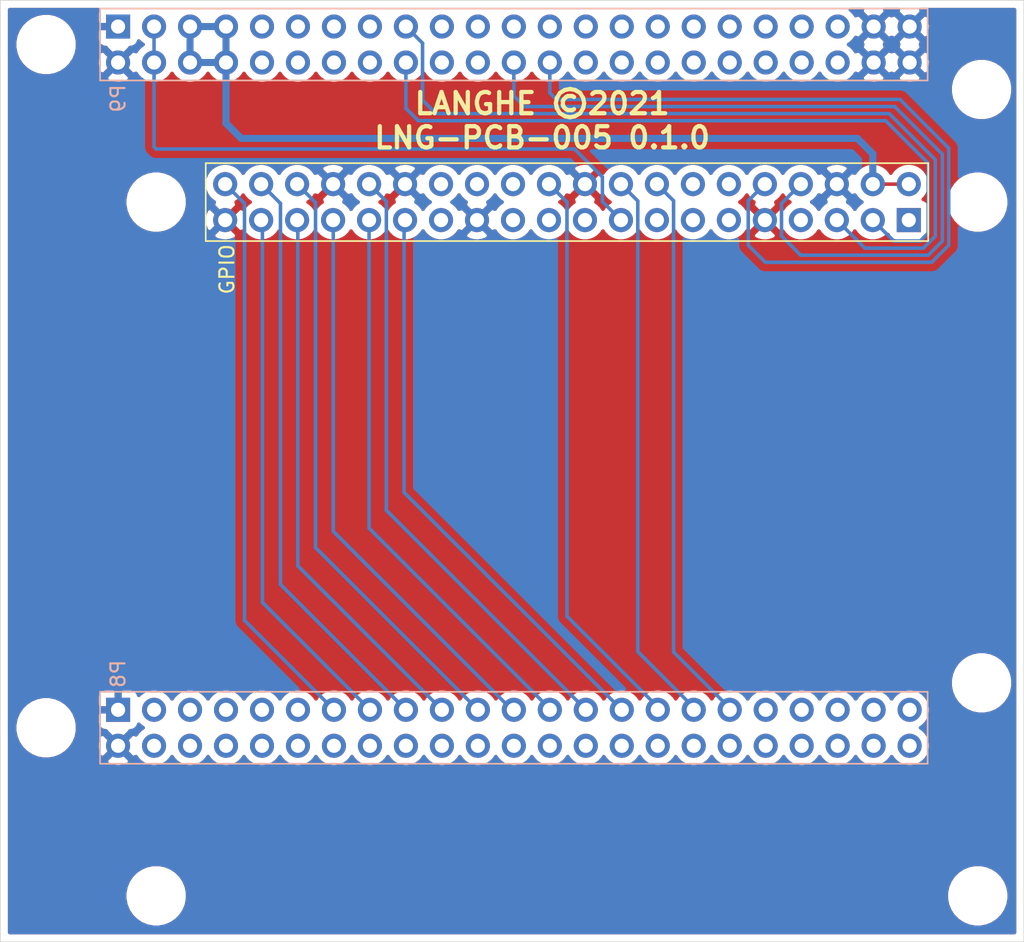
<source format=kicad_pcb>
(kicad_pcb (version 20171130) (host pcbnew "(5.1.9)-1")

  (general
    (thickness 1.6)
    (drawings 6)
    (tracks 104)
    (zones 0)
    (modules 2)
    (nets 94)
  )

  (page A4)
  (layers
    (0 F.Cu signal hide)
    (31 B.Cu signal hide)
    (32 B.Adhes user)
    (33 F.Adhes user)
    (34 B.Paste user)
    (35 F.Paste user)
    (36 B.SilkS user)
    (37 F.SilkS user)
    (38 B.Mask user)
    (39 F.Mask user)
    (40 Dwgs.User user)
    (41 Cmts.User user)
    (42 Eco1.User user)
    (43 Eco2.User user)
    (44 Edge.Cuts user)
    (45 Margin user)
    (46 B.CrtYd user)
    (47 F.CrtYd user)
    (48 B.Fab user)
    (49 F.Fab user)
  )

  (setup
    (last_trace_width 0.25)
    (trace_clearance 0.2)
    (zone_clearance 0.508)
    (zone_45_only no)
    (trace_min 0.2)
    (via_size 0.8)
    (via_drill 0.4)
    (via_min_size 0.4)
    (via_min_drill 0.3)
    (uvia_size 0.3)
    (uvia_drill 0.1)
    (uvias_allowed no)
    (uvia_min_size 0.2)
    (uvia_min_drill 0.1)
    (edge_width 0.05)
    (segment_width 0.2)
    (pcb_text_width 0.3)
    (pcb_text_size 1.5 1.5)
    (mod_edge_width 0.12)
    (mod_text_size 1 1)
    (mod_text_width 0.15)
    (pad_size 1.524 1.524)
    (pad_drill 0.762)
    (pad_to_mask_clearance 0)
    (aux_axis_origin 0 0)
    (visible_elements 7FFFFFFF)
    (pcbplotparams
      (layerselection 0x010fc_ffffffff)
      (usegerberextensions false)
      (usegerberattributes true)
      (usegerberadvancedattributes true)
      (creategerberjobfile false)
      (excludeedgelayer true)
      (linewidth 0.100000)
      (plotframeref false)
      (viasonmask false)
      (mode 1)
      (useauxorigin false)
      (hpglpennumber 1)
      (hpglpenspeed 20)
      (hpglpendiameter 15.000000)
      (psnegative false)
      (psa4output false)
      (plotreference true)
      (plotvalue true)
      (plotinvisibletext false)
      (padsonsilk false)
      (subtractmaskfromsilk false)
      (outputformat 4)
      (mirror false)
      (drillshape 0)
      (scaleselection 1)
      (outputdirectory "Plots"))
  )

  (net 0 "")
  (net 1 "Net-(BB1-Pad8.34)")
  (net 2 "Net-(BB1-Pad8.32)")
  (net 3 "Net-(BB1-Pad8.30)")
  (net 4 "Net-(BB1-Pad8.28)")
  (net 5 "Net-(BB1-Pad8.26)")
  (net 6 "Net-(BB1-Pad8.24)")
  (net 7 "Net-(BB1-Pad8.22)")
  (net 8 "Net-(BB1-Pad8.20)")
  (net 9 "Net-(BB1-Pad8.18)")
  (net 10 "Net-(BB1-Pad8.16)")
  (net 11 "Net-(BB1-Pad8.14)")
  (net 12 "Net-(BB1-Pad8.12)")
  (net 13 "Net-(BB1-Pad8.11)")
  (net 14 "Net-(BB1-Pad8.10)")
  (net 15 "Net-(BB1-Pad8.9)")
  (net 16 "Net-(BB1-Pad8.7)")
  (net 17 "Net-(BB1-Pad8.6)")
  (net 18 "Net-(BB1-Pad8.5)")
  (net 19 "Net-(BB1-Pad8.4)")
  (net 20 "Net-(BB1-Pad8.3)")
  (net 21 "Net-(BB1-Pad9.42)")
  (net 22 "Net-(BB1-Pad9.41)")
  (net 23 "Net-(BB1-Pad9.40)")
  (net 24 "Net-(BB1-Pad9.39)")
  (net 25 "Net-(BB1-Pad9.38)")
  (net 26 "Net-(BB1-Pad9.37)")
  (net 27 "Net-(BB1-Pad9.36)")
  (net 28 "Net-(BB1-Pad9.35)")
  (net 29 "Net-(BB1-Pad9.34)")
  (net 30 "Net-(BB1-Pad9.33)")
  (net 31 "Net-(BB1-Pad9.32)")
  (net 32 "Net-(BB1-Pad9.31)")
  (net 33 "Net-(BB1-Pad9.30)")
  (net 34 "Net-(BB1-Pad9.29)")
  (net 35 "Net-(BB1-Pad9.28)")
  (net 36 "Net-(BB1-Pad9.27)")
  (net 37 "Net-(BB1-Pad9.25)")
  (net 38 "Net-(BB1-Pad9.23)")
  (net 39 "Net-(BB1-Pad9.20)")
  (net 40 "Net-(BB1-Pad9.19)")
  (net 41 "Net-(BB1-Pad9.16)")
  (net 42 "Net-(BB1-Pad9.15)")
  (net 43 "Net-(BB1-Pad9.14)")
  (net 44 "Net-(BB1-Pad9.12)")
  (net 45 "Net-(BB1-Pad9.10)")
  (net 46 "Net-(BB1-Pad9.9)")
  (net 47 "Net-(RP1-Pad21)")
  (net 48 "Net-(RP1-Pad19)")
  (net 49 "Net-(RP1-Pad15)")
  (net 50 "Net-(RP1-Pad14)")
  (net 51 "Net-(RP1-Pad13)")
  (net 52 "Net-(RP1-Pad12)")
  (net 53 "Net-(RP1-Pad11)")
  (net 54 "Net-(RP1-Pad7)")
  (net 55 GND)
  (net 56 +3V3)
  (net 57 +5V)
  (net 58 RX_3)
  (net 59 TX_3)
  (net 60 SCL)
  (net 61 SDA)
  (net 62 TX_2)
  (net 63 RX_2)
  (net 64 TX_1)
  (net 65 RX_1)
  (net 66 OUT_1)
  (net 67 OUT_2)
  (net 68 OUT_3)
  (net 69 OUT_4)
  (net 70 OUT_5)
  (net 71 OUT_6)
  (net 72 OUT_7)
  (net 73 OUT_8)
  (net 74 OUT_9)
  (net 75 OUT_10)
  (net 76 OUT_11)
  (net 77 OUT_12)
  (net 78 GP_4)
  (net 79 TX_4)
  (net 80 RX_4)
  (net 81 BS_1)
  (net 82 GP_3)
  (net 83 BS_2)
  (net 84 GP_2)
  (net 85 BS_3)
  (net 86 GP_1)
  (net 87 BS_4)
  (net 88 BS_5)
  (net 89 "Net-(RP1-Pad28)")
  (net 90 "Net-(RP1-Pad27)")
  (net 91 "Net-(RP1-Pad26)")
  (net 92 "Net-(RP1-Pad24)")
  (net 93 "Net-(RP1-Pad23)")

  (net_class Default "This is the default net class."
    (clearance 0.2)
    (trace_width 0.25)
    (via_dia 0.8)
    (via_drill 0.4)
    (uvia_dia 0.3)
    (uvia_drill 0.1)
    (add_net +3V3)
    (add_net +5V)
    (add_net BS_1)
    (add_net BS_2)
    (add_net BS_3)
    (add_net BS_4)
    (add_net BS_5)
    (add_net GND)
    (add_net GP_1)
    (add_net GP_2)
    (add_net GP_3)
    (add_net GP_4)
    (add_net "Net-(BB1-Pad8.10)")
    (add_net "Net-(BB1-Pad8.11)")
    (add_net "Net-(BB1-Pad8.12)")
    (add_net "Net-(BB1-Pad8.14)")
    (add_net "Net-(BB1-Pad8.16)")
    (add_net "Net-(BB1-Pad8.18)")
    (add_net "Net-(BB1-Pad8.20)")
    (add_net "Net-(BB1-Pad8.22)")
    (add_net "Net-(BB1-Pad8.24)")
    (add_net "Net-(BB1-Pad8.26)")
    (add_net "Net-(BB1-Pad8.28)")
    (add_net "Net-(BB1-Pad8.3)")
    (add_net "Net-(BB1-Pad8.30)")
    (add_net "Net-(BB1-Pad8.32)")
    (add_net "Net-(BB1-Pad8.34)")
    (add_net "Net-(BB1-Pad8.4)")
    (add_net "Net-(BB1-Pad8.5)")
    (add_net "Net-(BB1-Pad8.6)")
    (add_net "Net-(BB1-Pad8.7)")
    (add_net "Net-(BB1-Pad8.9)")
    (add_net "Net-(BB1-Pad9.10)")
    (add_net "Net-(BB1-Pad9.12)")
    (add_net "Net-(BB1-Pad9.14)")
    (add_net "Net-(BB1-Pad9.15)")
    (add_net "Net-(BB1-Pad9.16)")
    (add_net "Net-(BB1-Pad9.19)")
    (add_net "Net-(BB1-Pad9.20)")
    (add_net "Net-(BB1-Pad9.23)")
    (add_net "Net-(BB1-Pad9.25)")
    (add_net "Net-(BB1-Pad9.27)")
    (add_net "Net-(BB1-Pad9.28)")
    (add_net "Net-(BB1-Pad9.29)")
    (add_net "Net-(BB1-Pad9.30)")
    (add_net "Net-(BB1-Pad9.31)")
    (add_net "Net-(BB1-Pad9.32)")
    (add_net "Net-(BB1-Pad9.33)")
    (add_net "Net-(BB1-Pad9.34)")
    (add_net "Net-(BB1-Pad9.35)")
    (add_net "Net-(BB1-Pad9.36)")
    (add_net "Net-(BB1-Pad9.37)")
    (add_net "Net-(BB1-Pad9.38)")
    (add_net "Net-(BB1-Pad9.39)")
    (add_net "Net-(BB1-Pad9.40)")
    (add_net "Net-(BB1-Pad9.41)")
    (add_net "Net-(BB1-Pad9.42)")
    (add_net "Net-(BB1-Pad9.9)")
    (add_net "Net-(RP1-Pad11)")
    (add_net "Net-(RP1-Pad12)")
    (add_net "Net-(RP1-Pad13)")
    (add_net "Net-(RP1-Pad14)")
    (add_net "Net-(RP1-Pad15)")
    (add_net "Net-(RP1-Pad19)")
    (add_net "Net-(RP1-Pad21)")
    (add_net "Net-(RP1-Pad23)")
    (add_net "Net-(RP1-Pad24)")
    (add_net "Net-(RP1-Pad26)")
    (add_net "Net-(RP1-Pad27)")
    (add_net "Net-(RP1-Pad28)")
    (add_net "Net-(RP1-Pad7)")
    (add_net OUT_1)
    (add_net OUT_10)
    (add_net OUT_11)
    (add_net OUT_12)
    (add_net OUT_2)
    (add_net OUT_3)
    (add_net OUT_4)
    (add_net OUT_5)
    (add_net OUT_6)
    (add_net OUT_7)
    (add_net OUT_8)
    (add_net OUT_9)
    (add_net RX_1)
    (add_net RX_2)
    (add_net RX_3)
    (add_net RX_4)
    (add_net SCL)
    (add_net SDA)
    (add_net TX_1)
    (add_net TX_2)
    (add_net TX_3)
    (add_net TX_4)
  )

  (module BCR_SBC:BeagleBone_UpsideDown (layer F.Cu) (tedit 61CDC4CB) (tstamp 61CB9471)
    (at 148.25 100)
    (path /61CC272F)
    (fp_text reference BB1 (at 0 20.32) (layer F.SilkS) hide
      (effects (font (size 1 1) (thickness 0.15)))
    )
    (fp_text value BeagleBone (at 0 -20.32) (layer F.Fab)
      (effects (font (size 1 1) (thickness 0.15)))
    )
    (fp_line (start -29.21 26.67) (end -29.21 21.59) (layer B.SilkS) (width 0.12))
    (fp_line (start -29.21 21.59) (end 29.21 21.59) (layer B.SilkS) (width 0.12))
    (fp_line (start 29.21 21.59) (end 29.21 26.67) (layer B.SilkS) (width 0.12))
    (fp_line (start 29.21 26.67) (end -29.21 26.67) (layer B.SilkS) (width 0.12))
    (fp_line (start -29.21 -26.67) (end -29.21 -21.59) (layer B.SilkS) (width 0.12))
    (fp_line (start -29.21 -21.59) (end 29.21 -21.59) (layer B.SilkS) (width 0.12))
    (fp_line (start 29.21 -21.59) (end 29.21 -26.67) (layer B.SilkS) (width 0.12))
    (fp_line (start 29.21 -26.67) (end -29.21 -26.67) (layer B.SilkS) (width 0.12))
    (fp_text user P8 (at -27.94 20.32 90) (layer B.SilkS)
      (effects (font (size 1 1) (thickness 0.15)) (justify mirror))
    )
    (fp_text user P9 (at -27.94 -20.32 90) (layer B.SilkS)
      (effects (font (size 1 1) (thickness 0.15)) (justify mirror))
    )
    (pad 9.1 thru_hole rect (at -27.94 -25.4) (size 1.7 1.7) (drill 1) (layers *.Cu *.Mask)
      (net 55 GND))
    (pad 9.2 thru_hole circle (at -27.94 -22.86) (size 1.7 1.7) (drill 1) (layers *.Cu *.Mask)
      (net 55 GND))
    (pad 9.3 thru_hole circle (at -25.4 -25.4) (size 1.7 1.7) (drill 1) (layers *.Cu *.Mask)
      (net 56 +3V3))
    (pad 9.4 thru_hole circle (at -25.4 -22.86) (size 1.7 1.7) (drill 1) (layers *.Cu *.Mask)
      (net 56 +3V3))
    (pad 9.5 thru_hole circle (at -22.86 -25.4) (size 1.7 1.7) (drill 1) (layers *.Cu *.Mask)
      (net 57 +5V))
    (pad 9.6 thru_hole circle (at -22.86 -22.86) (size 1.7 1.7) (drill 1) (layers *.Cu *.Mask)
      (net 57 +5V))
    (pad 9.7 thru_hole circle (at -20.32 -25.4) (size 1.7 1.7) (drill 1) (layers *.Cu *.Mask)
      (net 57 +5V))
    (pad 9.8 thru_hole circle (at -20.32 -22.86) (size 1.7 1.7) (drill 1) (layers *.Cu *.Mask)
      (net 57 +5V))
    (pad 9.9 thru_hole circle (at -17.78 -25.4) (size 1.7 1.7) (drill 1) (layers *.Cu *.Mask)
      (net 46 "Net-(BB1-Pad9.9)"))
    (pad 9.10 thru_hole circle (at -17.78 -22.86) (size 1.7 1.7) (drill 1) (layers *.Cu *.Mask)
      (net 45 "Net-(BB1-Pad9.10)"))
    (pad 9.11 thru_hole circle (at -15.24 -25.4) (size 1.7 1.7) (drill 1) (layers *.Cu *.Mask)
      (net 58 RX_3))
    (pad 9.12 thru_hole circle (at -15.24 -22.86) (size 1.7 1.7) (drill 1) (layers *.Cu *.Mask)
      (net 44 "Net-(BB1-Pad9.12)"))
    (pad 9.13 thru_hole circle (at -12.7 -25.4) (size 1.7 1.7) (drill 1) (layers *.Cu *.Mask)
      (net 59 TX_3))
    (pad 9.14 thru_hole circle (at -12.7 -22.86) (size 1.7 1.7) (drill 1) (layers *.Cu *.Mask)
      (net 43 "Net-(BB1-Pad9.14)"))
    (pad 9.15 thru_hole circle (at -10.16 -25.4) (size 1.7 1.7) (drill 1) (layers *.Cu *.Mask)
      (net 42 "Net-(BB1-Pad9.15)"))
    (pad 9.16 thru_hole circle (at -10.16 -22.86) (size 1.7 1.7) (drill 1) (layers *.Cu *.Mask)
      (net 41 "Net-(BB1-Pad9.16)"))
    (pad 9.17 thru_hole circle (at -7.62 -25.4) (size 1.7 1.7) (drill 1) (layers *.Cu *.Mask)
      (net 60 SCL))
    (pad 9.18 thru_hole circle (at -7.62 -22.86) (size 1.7 1.7) (drill 1) (layers *.Cu *.Mask)
      (net 61 SDA))
    (pad 9.19 thru_hole circle (at -5.08 -25.4) (size 1.7 1.7) (drill 1) (layers *.Cu *.Mask)
      (net 40 "Net-(BB1-Pad9.19)"))
    (pad 9.20 thru_hole circle (at -5.08 -22.86) (size 1.7 1.7) (drill 1) (layers *.Cu *.Mask)
      (net 39 "Net-(BB1-Pad9.20)"))
    (pad 9.21 thru_hole circle (at -2.54 -25.4) (size 1.7 1.7) (drill 1) (layers *.Cu *.Mask)
      (net 62 TX_2))
    (pad 9.22 thru_hole circle (at -2.54 -22.86) (size 1.7 1.7) (drill 1) (layers *.Cu *.Mask)
      (net 63 RX_2))
    (pad 9.23 thru_hole circle (at 0 -25.4) (size 1.7 1.7) (drill 1) (layers *.Cu *.Mask)
      (net 38 "Net-(BB1-Pad9.23)"))
    (pad 9.24 thru_hole circle (at 0 -22.86) (size 1.7 1.7) (drill 1) (layers *.Cu *.Mask)
      (net 64 TX_1))
    (pad 9.25 thru_hole circle (at 2.54 -25.4) (size 1.7 1.7) (drill 1) (layers *.Cu *.Mask)
      (net 37 "Net-(BB1-Pad9.25)"))
    (pad 9.26 thru_hole circle (at 2.54 -22.86) (size 1.7 1.7) (drill 1) (layers *.Cu *.Mask)
      (net 65 RX_1))
    (pad 9.27 thru_hole circle (at 5.08 -25.4) (size 1.7 1.7) (drill 1) (layers *.Cu *.Mask)
      (net 36 "Net-(BB1-Pad9.27)"))
    (pad 9.28 thru_hole circle (at 5.08 -22.86) (size 1.7 1.7) (drill 1) (layers *.Cu *.Mask)
      (net 35 "Net-(BB1-Pad9.28)"))
    (pad 9.29 thru_hole circle (at 7.62 -25.4) (size 1.7 1.7) (drill 1) (layers *.Cu *.Mask)
      (net 34 "Net-(BB1-Pad9.29)"))
    (pad 9.30 thru_hole circle (at 7.62 -22.86) (size 1.7 1.7) (drill 1) (layers *.Cu *.Mask)
      (net 33 "Net-(BB1-Pad9.30)"))
    (pad 9.31 thru_hole circle (at 10.16 -25.4) (size 1.7 1.7) (drill 1) (layers *.Cu *.Mask)
      (net 32 "Net-(BB1-Pad9.31)"))
    (pad 9.32 thru_hole circle (at 10.16 -22.86) (size 1.7 1.7) (drill 1) (layers *.Cu *.Mask)
      (net 31 "Net-(BB1-Pad9.32)"))
    (pad 9.33 thru_hole circle (at 12.7 -25.4) (size 1.7 1.7) (drill 1) (layers *.Cu *.Mask)
      (net 30 "Net-(BB1-Pad9.33)"))
    (pad 9.34 thru_hole circle (at 12.7 -22.86) (size 1.7 1.7) (drill 1) (layers *.Cu *.Mask)
      (net 29 "Net-(BB1-Pad9.34)"))
    (pad 9.35 thru_hole circle (at 15.24 -25.4) (size 1.7 1.7) (drill 1) (layers *.Cu *.Mask)
      (net 28 "Net-(BB1-Pad9.35)"))
    (pad 9.36 thru_hole circle (at 15.24 -22.86) (size 1.7 1.7) (drill 1) (layers *.Cu *.Mask)
      (net 27 "Net-(BB1-Pad9.36)"))
    (pad 9.37 thru_hole circle (at 17.78 -25.4) (size 1.7 1.7) (drill 1) (layers *.Cu *.Mask)
      (net 26 "Net-(BB1-Pad9.37)"))
    (pad 9.38 thru_hole circle (at 17.78 -22.86) (size 1.7 1.7) (drill 1) (layers *.Cu *.Mask)
      (net 25 "Net-(BB1-Pad9.38)"))
    (pad 9.39 thru_hole circle (at 20.32 -25.4) (size 1.7 1.7) (drill 1) (layers *.Cu *.Mask)
      (net 24 "Net-(BB1-Pad9.39)"))
    (pad 9.40 thru_hole circle (at 20.32 -22.86) (size 1.7 1.7) (drill 1) (layers *.Cu *.Mask)
      (net 23 "Net-(BB1-Pad9.40)"))
    (pad 9.41 thru_hole circle (at 22.86 -25.4) (size 1.7 1.7) (drill 1) (layers *.Cu *.Mask)
      (net 22 "Net-(BB1-Pad9.41)"))
    (pad 9.42 thru_hole circle (at 22.86 -22.86) (size 1.7 1.7) (drill 1) (layers *.Cu *.Mask)
      (net 21 "Net-(BB1-Pad9.42)"))
    (pad 9.43 thru_hole circle (at 25.4 -25.4) (size 1.7 1.7) (drill 1) (layers *.Cu *.Mask)
      (net 55 GND))
    (pad 9.44 thru_hole circle (at 25.4 -22.86) (size 1.7 1.7) (drill 1) (layers *.Cu *.Mask)
      (net 55 GND))
    (pad 9.45 thru_hole circle (at 27.94 -25.4) (size 1.7 1.7) (drill 1) (layers *.Cu *.Mask)
      (net 55 GND))
    (pad 9.46 thru_hole circle (at 27.94 -22.86) (size 1.7 1.7) (drill 1) (layers *.Cu *.Mask)
      (net 55 GND))
    (pad 8.1 thru_hole rect (at -27.94 22.86) (size 1.7 1.7) (drill 1) (layers *.Cu *.Mask)
      (net 55 GND))
    (pad 8.2 thru_hole circle (at -27.94 25.4) (size 1.7 1.7) (drill 1) (layers *.Cu *.Mask)
      (net 55 GND))
    (pad 8.3 thru_hole circle (at -25.4 22.86) (size 1.7 1.7) (drill 1) (layers *.Cu *.Mask)
      (net 20 "Net-(BB1-Pad8.3)"))
    (pad 8.4 thru_hole circle (at -25.4 25.4) (size 1.7 1.7) (drill 1) (layers *.Cu *.Mask)
      (net 19 "Net-(BB1-Pad8.4)"))
    (pad 8.5 thru_hole circle (at -22.86 22.86) (size 1.7 1.7) (drill 1) (layers *.Cu *.Mask)
      (net 18 "Net-(BB1-Pad8.5)"))
    (pad 8.6 thru_hole circle (at -22.86 25.4) (size 1.7 1.7) (drill 1) (layers *.Cu *.Mask)
      (net 17 "Net-(BB1-Pad8.6)"))
    (pad 8.7 thru_hole circle (at -20.32 22.86) (size 1.7 1.7) (drill 1) (layers *.Cu *.Mask)
      (net 16 "Net-(BB1-Pad8.7)"))
    (pad 8.8 thru_hole circle (at -20.32 25.4) (size 1.7 1.7) (drill 1) (layers *.Cu *.Mask)
      (net 57 +5V))
    (pad 8.9 thru_hole circle (at -17.78 22.86) (size 1.7 1.7) (drill 1) (layers *.Cu *.Mask)
      (net 15 "Net-(BB1-Pad8.9)"))
    (pad 8.10 thru_hole circle (at -17.78 25.4) (size 1.7 1.7) (drill 1) (layers *.Cu *.Mask)
      (net 14 "Net-(BB1-Pad8.10)"))
    (pad 8.11 thru_hole circle (at -15.24 22.86) (size 1.7 1.7) (drill 1) (layers *.Cu *.Mask)
      (net 13 "Net-(BB1-Pad8.11)"))
    (pad 8.12 thru_hole circle (at -15.24 25.4) (size 1.7 1.7) (drill 1) (layers *.Cu *.Mask)
      (net 12 "Net-(BB1-Pad8.12)"))
    (pad 8.13 thru_hole circle (at -12.7 22.86) (size 1.7 1.7) (drill 1) (layers *.Cu *.Mask)
      (net 66 OUT_1))
    (pad 8.14 thru_hole circle (at -12.7 25.4) (size 1.7 1.7) (drill 1) (layers *.Cu *.Mask)
      (net 11 "Net-(BB1-Pad8.14)"))
    (pad 8.15 thru_hole circle (at -10.16 22.86) (size 1.7 1.7) (drill 1) (layers *.Cu *.Mask)
      (net 67 OUT_2))
    (pad 8.16 thru_hole circle (at -10.16 25.4) (size 1.7 1.7) (drill 1) (layers *.Cu *.Mask)
      (net 10 "Net-(BB1-Pad8.16)"))
    (pad 8.17 thru_hole circle (at -7.62 22.86) (size 1.7 1.7) (drill 1) (layers *.Cu *.Mask)
      (net 68 OUT_3))
    (pad 8.18 thru_hole circle (at -7.62 25.4) (size 1.7 1.7) (drill 1) (layers *.Cu *.Mask)
      (net 9 "Net-(BB1-Pad8.18)"))
    (pad 8.19 thru_hole circle (at -5.08 22.86) (size 1.7 1.7) (drill 1) (layers *.Cu *.Mask)
      (net 69 OUT_4))
    (pad 8.20 thru_hole circle (at -5.08 25.4) (size 1.7 1.7) (drill 1) (layers *.Cu *.Mask)
      (net 8 "Net-(BB1-Pad8.20)"))
    (pad 8.21 thru_hole circle (at -2.54 22.86) (size 1.7 1.7) (drill 1) (layers *.Cu *.Mask)
      (net 70 OUT_5))
    (pad 8.22 thru_hole circle (at -2.54 25.4) (size 1.7 1.7) (drill 1) (layers *.Cu *.Mask)
      (net 7 "Net-(BB1-Pad8.22)"))
    (pad 8.23 thru_hole circle (at 0 22.86) (size 1.7 1.7) (drill 1) (layers *.Cu *.Mask)
      (net 71 OUT_6))
    (pad 8.24 thru_hole circle (at 0 25.4) (size 1.7 1.7) (drill 1) (layers *.Cu *.Mask)
      (net 6 "Net-(BB1-Pad8.24)"))
    (pad 8.25 thru_hole circle (at 2.54 22.86) (size 1.7 1.7) (drill 1) (layers *.Cu *.Mask)
      (net 72 OUT_7))
    (pad 8.26 thru_hole circle (at 2.54 25.4) (size 1.7 1.7) (drill 1) (layers *.Cu *.Mask)
      (net 5 "Net-(BB1-Pad8.26)"))
    (pad 8.27 thru_hole circle (at 5.08 22.86) (size 1.7 1.7) (drill 1) (layers *.Cu *.Mask)
      (net 73 OUT_8))
    (pad 8.28 thru_hole circle (at 5.08 25.4) (size 1.7 1.7) (drill 1) (layers *.Cu *.Mask)
      (net 4 "Net-(BB1-Pad8.28)"))
    (pad 8.29 thru_hole circle (at 7.62 22.86) (size 1.7 1.7) (drill 1) (layers *.Cu *.Mask)
      (net 74 OUT_9))
    (pad 8.30 thru_hole circle (at 7.62 25.4) (size 1.7 1.7) (drill 1) (layers *.Cu *.Mask)
      (net 3 "Net-(BB1-Pad8.30)"))
    (pad 8.31 thru_hole circle (at 10.16 22.86) (size 1.7 1.7) (drill 1) (layers *.Cu *.Mask)
      (net 75 OUT_10))
    (pad 8.32 thru_hole circle (at 10.16 25.4) (size 1.7 1.7) (drill 1) (layers *.Cu *.Mask)
      (net 2 "Net-(BB1-Pad8.32)"))
    (pad 8.33 thru_hole circle (at 12.7 22.86) (size 1.7 1.7) (drill 1) (layers *.Cu *.Mask)
      (net 76 OUT_11))
    (pad 8.34 thru_hole circle (at 12.7 25.4) (size 1.7 1.7) (drill 1) (layers *.Cu *.Mask)
      (net 1 "Net-(BB1-Pad8.34)"))
    (pad 8.35 thru_hole circle (at 15.24 22.86) (size 1.7 1.7) (drill 1) (layers *.Cu *.Mask)
      (net 77 OUT_12))
    (pad 8.36 thru_hole circle (at 15.24 25.4) (size 1.7 1.7) (drill 1) (layers *.Cu *.Mask)
      (net 78 GP_4))
    (pad 8.37 thru_hole circle (at 17.78 22.86) (size 1.7 1.7) (drill 1) (layers *.Cu *.Mask)
      (net 79 TX_4))
    (pad 8.38 thru_hole circle (at 17.78 25.4) (size 1.7 1.7) (drill 1) (layers *.Cu *.Mask)
      (net 80 RX_4))
    (pad 8.39 thru_hole circle (at 20.32 22.86) (size 1.7 1.7) (drill 1) (layers *.Cu *.Mask)
      (net 81 BS_1))
    (pad 8.40 thru_hole circle (at 20.32 25.4) (size 1.7 1.7) (drill 1) (layers *.Cu *.Mask)
      (net 82 GP_3))
    (pad 8.41 thru_hole circle (at 22.86 22.86) (size 1.7 1.7) (drill 1) (layers *.Cu *.Mask)
      (net 83 BS_2))
    (pad 8.42 thru_hole circle (at 22.86 25.4) (size 1.7 1.7) (drill 1) (layers *.Cu *.Mask)
      (net 84 GP_2))
    (pad 8.43 thru_hole circle (at 25.4 22.86) (size 1.7 1.7) (drill 1) (layers *.Cu *.Mask)
      (net 85 BS_3))
    (pad 8.44 thru_hole circle (at 25.4 25.4) (size 1.7 1.7) (drill 1) (layers *.Cu *.Mask)
      (net 86 GP_1))
    (pad 8.45 thru_hole circle (at 27.94 22.86) (size 1.7 1.7) (drill 1) (layers *.Cu *.Mask)
      (net 87 BS_4))
    (pad 8.46 thru_hole circle (at 27.94 25.4) (size 1.7 1.7) (drill 1) (layers *.Cu *.Mask)
      (net 88 BS_5))
    (pad "" np_thru_hole circle (at 33.02 -20.955) (size 3.175 3.175) (drill 3.175) (layers *.Cu *.Mask))
    (pad "" np_thru_hole circle (at -33.02 -24.13) (size 3.175 3.175) (drill 3.175) (layers *.Cu *.Mask))
    (pad "" np_thru_hole circle (at -33.02 24.13) (size 3.175 3.175) (drill 3.175) (layers *.Cu *.Mask))
    (pad "" np_thru_hole circle (at 33.02 20.955) (size 3.175 3.175) (drill 3.175) (layers *.Cu *.Mask))
  )

  (module BCR_SBC:RaspberryPi_UpsideDown (layer F.Cu) (tedit 61CD2AE4) (tstamp 61CBA4E3)
    (at 152 111.5 180)
    (path /61CB8D91)
    (fp_text reference RP1 (at 0 -9.525) (layer F.SilkS) hide
      (effects (font (size 1 1) (thickness 0.15)))
    )
    (fp_text value RaspberryPi (at 2 -1) (layer F.Fab)
      (effects (font (size 1 1) (thickness 0.15)))
    )
    (fp_line (start -25.5 27.25) (end -25.5 21.75) (layer F.SilkS) (width 0.12))
    (fp_line (start -25.5 21.75) (end 25.5 21.75) (layer F.SilkS) (width 0.12))
    (fp_line (start 25.5 21.75) (end 25.5 27.25) (layer F.SilkS) (width 0.12))
    (fp_line (start 25.5 27.25) (end -25.5 27.25) (layer F.SilkS) (width 0.12))
    (pad 2 thru_hole circle (at -24.13 25.77 180) (size 1.7 1.7) (drill 1) (layers *.Cu *.Mask)
      (net 57 +5V))
    (pad 40 thru_hole circle (at 24.13 25.77 180) (size 1.7 1.7) (drill 1) (layers *.Cu *.Mask)
      (net 66 OUT_1))
    (pad 39 thru_hole circle (at 24.13 23.23 180) (size 1.7 1.7) (drill 1) (layers *.Cu *.Mask)
      (net 55 GND))
    (pad 38 thru_hole circle (at 21.59 25.77 180) (size 1.7 1.7) (drill 1) (layers *.Cu *.Mask)
      (net 68 OUT_3))
    (pad 37 thru_hole circle (at 21.59 23.23 180) (size 1.7 1.7) (drill 1) (layers *.Cu *.Mask)
      (net 67 OUT_2))
    (pad 36 thru_hole circle (at 19.05 25.77 180) (size 1.7 1.7) (drill 1) (layers *.Cu *.Mask)
      (net 70 OUT_5))
    (pad 35 thru_hole circle (at 19.05 23.23 180) (size 1.7 1.7) (drill 1) (layers *.Cu *.Mask)
      (net 69 OUT_4))
    (pad 34 thru_hole circle (at 16.51 25.77 180) (size 1.7 1.7) (drill 1) (layers *.Cu *.Mask)
      (net 55 GND))
    (pad 33 thru_hole circle (at 16.51 23.23 180) (size 1.7 1.7) (drill 1) (layers *.Cu *.Mask)
      (net 71 OUT_6))
    (pad 32 thru_hole circle (at 13.97 25.77 180) (size 1.7 1.7) (drill 1) (layers *.Cu *.Mask)
      (net 73 OUT_8))
    (pad 31 thru_hole circle (at 13.97 23.23 180) (size 1.7 1.7) (drill 1) (layers *.Cu *.Mask)
      (net 72 OUT_7))
    (pad 30 thru_hole circle (at 11.43 25.77 180) (size 1.7 1.7) (drill 1) (layers *.Cu *.Mask)
      (net 55 GND))
    (pad 29 thru_hole circle (at 11.43 23.23 180) (size 1.7 1.7) (drill 1) (layers *.Cu *.Mask)
      (net 74 OUT_9))
    (pad 28 thru_hole circle (at 8.89 25.77 180) (size 1.7 1.7) (drill 1) (layers *.Cu *.Mask)
      (net 89 "Net-(RP1-Pad28)"))
    (pad 27 thru_hole circle (at 8.89 23.23 180) (size 1.7 1.7) (drill 1) (layers *.Cu *.Mask)
      (net 90 "Net-(RP1-Pad27)"))
    (pad 26 thru_hole circle (at 6.35 25.77 180) (size 1.7 1.7) (drill 1) (layers *.Cu *.Mask)
      (net 91 "Net-(RP1-Pad26)"))
    (pad 25 thru_hole circle (at 6.35 23.23 180) (size 1.7 1.7) (drill 1) (layers *.Cu *.Mask)
      (net 55 GND))
    (pad 24 thru_hole circle (at 3.81 25.77 180) (size 1.7 1.7) (drill 1) (layers *.Cu *.Mask)
      (net 92 "Net-(RP1-Pad24)"))
    (pad 23 thru_hole circle (at 3.81 23.23 180) (size 1.7 1.7) (drill 1) (layers *.Cu *.Mask)
      (net 93 "Net-(RP1-Pad23)"))
    (pad 22 thru_hole circle (at 1.27 25.77 180) (size 1.7 1.7) (drill 1) (layers *.Cu *.Mask)
      (net 75 OUT_10))
    (pad 21 thru_hole circle (at 1.27 23.23 180) (size 1.7 1.7) (drill 1) (layers *.Cu *.Mask)
      (net 47 "Net-(RP1-Pad21)"))
    (pad 20 thru_hole circle (at -1.27 25.77 180) (size 1.7 1.7) (drill 1) (layers *.Cu *.Mask)
      (net 55 GND))
    (pad 19 thru_hole circle (at -1.27 23.23 180) (size 1.7 1.7) (drill 1) (layers *.Cu *.Mask)
      (net 48 "Net-(RP1-Pad19)"))
    (pad 18 thru_hole circle (at -3.81 25.77 180) (size 1.7 1.7) (drill 1) (layers *.Cu *.Mask)
      (net 76 OUT_11))
    (pad 17 thru_hole circle (at -3.81 23.23 180) (size 1.7 1.7) (drill 1) (layers *.Cu *.Mask)
      (net 56 +3V3))
    (pad 16 thru_hole circle (at -6.35 25.77 180) (size 1.7 1.7) (drill 1) (layers *.Cu *.Mask)
      (net 77 OUT_12))
    (pad 15 thru_hole circle (at -6.35 23.23 180) (size 1.7 1.7) (drill 1) (layers *.Cu *.Mask)
      (net 49 "Net-(RP1-Pad15)"))
    (pad 14 thru_hole circle (at -8.89 25.77 180) (size 1.7 1.7) (drill 1) (layers *.Cu *.Mask)
      (net 50 "Net-(RP1-Pad14)"))
    (pad 13 thru_hole circle (at -8.89 23.23 180) (size 1.7 1.7) (drill 1) (layers *.Cu *.Mask)
      (net 51 "Net-(RP1-Pad13)"))
    (pad 12 thru_hole circle (at -11.43 25.77 180) (size 1.7 1.7) (drill 1) (layers *.Cu *.Mask)
      (net 52 "Net-(RP1-Pad12)"))
    (pad 11 thru_hole circle (at -11.43 23.23 180) (size 1.7 1.7) (drill 1) (layers *.Cu *.Mask)
      (net 53 "Net-(RP1-Pad11)"))
    (pad 10 thru_hole circle (at -13.97 25.77 180) (size 1.7 1.7) (drill 1) (layers *.Cu *.Mask)
      (net 65 RX_1))
    (pad 9 thru_hole circle (at -13.97 23.23 180) (size 1.7 1.7) (drill 1) (layers *.Cu *.Mask)
      (net 55 GND))
    (pad 8 thru_hole circle (at -16.51 25.77 180) (size 1.7 1.7) (drill 1) (layers *.Cu *.Mask)
      (net 64 TX_1))
    (pad 7 thru_hole circle (at -16.51 23.23 180) (size 1.7 1.7) (drill 1) (layers *.Cu *.Mask)
      (net 54 "Net-(RP1-Pad7)"))
    (pad 6 thru_hole circle (at -19.05 25.77 180) (size 1.7 1.7) (drill 1) (layers *.Cu *.Mask)
      (net 55 GND))
    (pad 5 thru_hole circle (at -19.05 23.23 180) (size 1.7 1.7) (drill 1) (layers *.Cu *.Mask)
      (net 60 SCL))
    (pad 4 thru_hole circle (at -21.59 25.77 180) (size 1.7 1.7) (drill 1) (layers *.Cu *.Mask)
      (net 57 +5V))
    (pad 3 thru_hole circle (at -21.59 23.23 180) (size 1.7 1.7) (drill 1) (layers *.Cu *.Mask)
      (net 61 SDA))
    (pad 1 thru_hole rect (at -24.13 23.23 180) (size 1.7 1.7) (drill 1) (layers *.Cu *.Mask)
      (net 56 +3V3))
    (pad "" np_thru_hole circle (at 29 -24.5 180) (size 3.175 3.175) (drill 3.175) (layers *.Cu *.Mask))
    (pad "" np_thru_hole circle (at 29 24.5 180) (size 3.175 3.175) (drill 3.175) (layers *.Cu *.Mask))
    (pad "" np_thru_hole circle (at -29 24.5 180) (size 3.175 3.175) (drill 3.175) (layers *.Cu *.Mask))
    (pad "" np_thru_hole circle (at -29 -24.5 180) (size 3.175 3.175) (drill 3.175) (layers *.Cu *.Mask))
  )

  (gr_text GPIO (at 128 91.75 90) (layer F.SilkS)
    (effects (font (size 1 1) (thickness 0.15)))
  )
  (gr_text "LANGHE ©2021\nLNG-PCB-005 0.1.0" (at 150.25 81.25) (layer F.SilkS)
    (effects (font (size 1.5 1.5) (thickness 0.3)))
  )
  (gr_line (start 184.25 72.75) (end 112 72.75) (layer Edge.Cuts) (width 0.05) (tstamp 61CB9856))
  (gr_line (start 184.25 139.25) (end 184.25 72.75) (layer Edge.Cuts) (width 0.05))
  (gr_line (start 112 139.25) (end 184.25 139.25) (layer Edge.Cuts) (width 0.05))
  (gr_line (start 112 72.75) (end 112 139.25) (layer Edge.Cuts) (width 0.05))

  (segment (start 122.85 74.6) (end 122.85 77.14) (width 0.25) (layer B.Cu) (net 56))
  (segment (start 122.85 83.1) (end 122.85 77.14) (width 0.25) (layer B.Cu) (net 56))
  (segment (start 123 83.25) (end 122.85 83.1) (width 0.25) (layer B.Cu) (net 56))
  (segment (start 152.529002 83.25) (end 123 83.25) (width 0.25) (layer B.Cu) (net 56))
  (segment (start 154.5 85.220998) (end 152.529002 83.25) (width 0.25) (layer B.Cu) (net 56))
  (segment (start 154.5 86.96) (end 154.5 85.220998) (width 0.25) (layer B.Cu) (net 56))
  (segment (start 155.81 88.27) (end 154.5 86.96) (width 0.25) (layer B.Cu) (net 56))
  (segment (start 125.39 74.6) (end 125.39 77.14) (width 0.5) (layer B.Cu) (net 57))
  (segment (start 125.39 77.14) (end 127.93 77.14) (width 0.5) (layer B.Cu) (net 57))
  (segment (start 127.93 74.6) (end 127.93 77.14) (width 0.5) (layer B.Cu) (net 57))
  (segment (start 127.93 74.6) (end 125.39 74.6) (width 0.5) (layer B.Cu) (net 57))
  (segment (start 173.59 85.73) (end 176.13 85.73) (width 0.25) (layer F.Cu) (net 57))
  (segment (start 127.93 81.43) (end 127.93 77.14) (width 0.5) (layer B.Cu) (net 57))
  (segment (start 129 82.5) (end 127.93 81.43) (width 0.5) (layer B.Cu) (net 57))
  (segment (start 172.5 82.5) (end 129 82.5) (width 0.5) (layer B.Cu) (net 57))
  (segment (start 173.59 83.59) (end 172.5 82.5) (width 0.5) (layer B.Cu) (net 57))
  (segment (start 173.59 85.73) (end 173.59 83.59) (width 0.5) (layer B.Cu) (net 57))
  (segment (start 173.03 90.25) (end 171.05 88.27) (width 0.25) (layer B.Cu) (net 60))
  (segment (start 177.160706 90.25) (end 173.03 90.25) (width 0.25) (layer B.Cu) (net 60))
  (segment (start 178 89.410706) (end 177.160706 90.25) (width 0.25) (layer B.Cu) (net 60))
  (segment (start 174.75 80.75) (end 178 84) (width 0.25) (layer B.Cu) (net 60))
  (segment (start 178 84) (end 178 89.410706) (width 0.25) (layer B.Cu) (net 60))
  (segment (start 142.75 80.75) (end 174.75 80.75) (width 0.25) (layer B.Cu) (net 60))
  (segment (start 141.805001 79.805001) (end 142.75 80.75) (width 0.25) (layer B.Cu) (net 60))
  (segment (start 141.805001 75.775001) (end 141.805001 79.805001) (width 0.25) (layer B.Cu) (net 60))
  (segment (start 140.63 74.6) (end 141.805001 75.775001) (width 0.25) (layer B.Cu) (net 60))
  (segment (start 173.75 88.43) (end 173.59 88.27) (width 0.25) (layer B.Cu) (net 61))
  (segment (start 140.75 77.26) (end 140.63 77.14) (width 0.25) (layer B.Cu) (net 61))
  (segment (start 175.07 89.75) (end 173.59 88.27) (width 0.25) (layer B.Cu) (net 61))
  (segment (start 177.5 89.185002) (end 176.935002 89.75) (width 0.25) (layer B.Cu) (net 61))
  (segment (start 177.5 84.25) (end 177.5 89.185002) (width 0.25) (layer B.Cu) (net 61))
  (segment (start 176.935002 89.75) (end 175.07 89.75) (width 0.25) (layer B.Cu) (net 61))
  (segment (start 174.5 81.25) (end 177.5 84.25) (width 0.25) (layer B.Cu) (net 61))
  (segment (start 140.63 80.38) (end 141.5 81.25) (width 0.25) (layer B.Cu) (net 61))
  (segment (start 141.5 81.25) (end 174.5 81.25) (width 0.25) (layer B.Cu) (net 61))
  (segment (start 140.63 77.14) (end 140.63 80.38) (width 0.25) (layer B.Cu) (net 61))
  (segment (start 148.25 79.5) (end 148.25 77.14) (width 0.25) (layer B.Cu) (net 64))
  (segment (start 149 80.25) (end 148.25 79.5) (width 0.25) (layer B.Cu) (net 64))
  (segment (start 178.5 83.613589) (end 175.136411 80.25) (width 0.25) (layer B.Cu) (net 64))
  (segment (start 178.5 89.75) (end 178.5 83.613589) (width 0.25) (layer B.Cu) (net 64))
  (segment (start 175.136411 80.25) (end 149 80.25) (width 0.25) (layer B.Cu) (net 64))
  (segment (start 177.5 90.75) (end 178.5 89.75) (width 0.25) (layer B.Cu) (net 64))
  (segment (start 168.5 90.75) (end 177.5 90.75) (width 0.25) (layer B.Cu) (net 64))
  (segment (start 167.145001 89.395001) (end 168.5 90.75) (width 0.25) (layer B.Cu) (net 64))
  (segment (start 167.145001 87.094999) (end 167.145001 89.395001) (width 0.25) (layer B.Cu) (net 64))
  (segment (start 168.51 85.73) (end 167.145001 87.094999) (width 0.25) (layer B.Cu) (net 64))
  (segment (start 150.75 77.18) (end 150.79 77.14) (width 0.25) (layer B.Cu) (net 65))
  (segment (start 164.794999 90.044999) (end 164.794999 86.905001) (width 0.25) (layer B.Cu) (net 65))
  (segment (start 166 91.25) (end 164.794999 90.044999) (width 0.25) (layer B.Cu) (net 65))
  (segment (start 164.794999 86.905001) (end 165.97 85.73) (width 0.25) (layer B.Cu) (net 65))
  (segment (start 177.75 91.25) (end 166 91.25) (width 0.25) (layer B.Cu) (net 65))
  (segment (start 178.950011 90.049989) (end 177.75 91.25) (width 0.25) (layer B.Cu) (net 65))
  (segment (start 178.950011 83.188601) (end 178.950011 90.049989) (width 0.25) (layer B.Cu) (net 65))
  (segment (start 175.51141 79.75) (end 178.950011 83.188601) (width 0.25) (layer B.Cu) (net 65))
  (segment (start 151.25 79.75) (end 175.51141 79.75) (width 0.25) (layer B.Cu) (net 65))
  (segment (start 150.79 79.29) (end 151.25 79.75) (width 0.25) (layer B.Cu) (net 65))
  (segment (start 150.79 77.14) (end 150.79 79.29) (width 0.25) (layer B.Cu) (net 65))
  (segment (start 134.700001 122.010001) (end 135.55 122.86) (width 0.25) (layer B.Cu) (net 66))
  (segment (start 129.234999 116.544999) (end 134.700001 122.010001) (width 0.25) (layer B.Cu) (net 66))
  (segment (start 129.234999 87.094999) (end 129.234999 116.544999) (width 0.25) (layer B.Cu) (net 66))
  (segment (start 127.87 85.73) (end 129.234999 87.094999) (width 0.25) (layer B.Cu) (net 66))
  (segment (start 137.240001 122.010001) (end 138.09 122.86) (width 0.25) (layer B.Cu) (net 67))
  (segment (start 130.5 115.27) (end 137.240001 122.010001) (width 0.25) (layer B.Cu) (net 67))
  (segment (start 130.5 88.36) (end 130.5 115.27) (width 0.25) (layer B.Cu) (net 67))
  (segment (start 130.41 88.27) (end 130.5 88.36) (width 0.25) (layer B.Cu) (net 67))
  (segment (start 139.780001 122.010001) (end 140.63 122.86) (width 0.25) (layer B.Cu) (net 68))
  (segment (start 131.774999 114.004999) (end 139.780001 122.010001) (width 0.25) (layer B.Cu) (net 68))
  (segment (start 131.774999 87.094999) (end 131.774999 114.004999) (width 0.25) (layer B.Cu) (net 68))
  (segment (start 130.41 85.73) (end 131.774999 87.094999) (width 0.25) (layer B.Cu) (net 68))
  (segment (start 142.320001 122.010001) (end 143.17 122.86) (width 0.25) (layer B.Cu) (net 69))
  (segment (start 133 112.69) (end 142.320001 122.010001) (width 0.25) (layer B.Cu) (net 69))
  (segment (start 133 88.32) (end 133 112.69) (width 0.25) (layer B.Cu) (net 69))
  (segment (start 132.95 88.27) (end 133 88.32) (width 0.25) (layer B.Cu) (net 69))
  (segment (start 134.25 111.4) (end 144.860001 122.010001) (width 0.25) (layer B.Cu) (net 70))
  (segment (start 144.860001 122.010001) (end 145.71 122.86) (width 0.25) (layer B.Cu) (net 70))
  (segment (start 134.25 87.03) (end 134.25 111.4) (width 0.25) (layer B.Cu) (net 70))
  (segment (start 132.95 85.73) (end 134.25 87.03) (width 0.25) (layer B.Cu) (net 70))
  (segment (start 148.11 122.86) (end 148.25 122.86) (width 0.25) (layer B.Cu) (net 71))
  (segment (start 135.5 110.25) (end 148.11 122.86) (width 0.25) (layer B.Cu) (net 71))
  (segment (start 135.5 88.28) (end 135.5 110.25) (width 0.25) (layer B.Cu) (net 71))
  (segment (start 135.49 88.27) (end 135.5 88.28) (width 0.25) (layer B.Cu) (net 71))
  (segment (start 150.79 122.79) (end 150.79 122.86) (width 0.25) (layer B.Cu) (net 72))
  (segment (start 138.03 110.03) (end 150.79 122.79) (width 0.25) (layer B.Cu) (net 72))
  (segment (start 138.03 88.27) (end 138.03 110.03) (width 0.25) (layer B.Cu) (net 72))
  (segment (start 139.25 108.769479) (end 153.33 122.849479) (width 0.25) (layer B.Cu) (net 73))
  (segment (start 139.25 86.95) (end 139.25 108.769479) (width 0.25) (layer B.Cu) (net 73))
  (segment (start 153.33 122.849479) (end 153.33 122.86) (width 0.25) (layer B.Cu) (net 73))
  (segment (start 138.03 85.73) (end 139.25 86.95) (width 0.25) (layer B.Cu) (net 73))
  (segment (start 155.86 122.86) (end 155.87 122.86) (width 0.25) (layer B.Cu) (net 74))
  (segment (start 140.5 107.5) (end 155.86 122.86) (width 0.25) (layer B.Cu) (net 74))
  (segment (start 140.5 88.34) (end 140.5 107.5) (width 0.25) (layer B.Cu) (net 74))
  (segment (start 140.57 88.27) (end 140.5 88.34) (width 0.25) (layer B.Cu) (net 74))
  (segment (start 158.41 122.66) (end 158.41 122.86) (width 0.25) (layer B.Cu) (net 75))
  (segment (start 152 116.25) (end 158.41 122.66) (width 0.25) (layer B.Cu) (net 75))
  (segment (start 152 87) (end 152 116.25) (width 0.25) (layer B.Cu) (net 75))
  (segment (start 150.73 85.73) (end 152 87) (width 0.25) (layer B.Cu) (net 75))
  (segment (start 157 86.92) (end 155.81 85.73) (width 0.25) (layer B.Cu) (net 76))
  (segment (start 160.95 122.7) (end 157 118.75) (width 0.25) (layer B.Cu) (net 76))
  (segment (start 157 118.75) (end 157 86.92) (width 0.25) (layer B.Cu) (net 76))
  (segment (start 160.95 122.86) (end 160.95 122.7) (width 0.25) (layer B.Cu) (net 76))
  (segment (start 163.49 122.74) (end 163.49 122.86) (width 0.25) (layer B.Cu) (net 77))
  (segment (start 159.525001 86.905001) (end 159.525001 118.775001) (width 0.25) (layer B.Cu) (net 77))
  (segment (start 159.525001 118.775001) (end 163.49 122.74) (width 0.25) (layer B.Cu) (net 77))
  (segment (start 158.35 85.73) (end 159.525001 86.905001) (width 0.25) (layer B.Cu) (net 77))

  (zone (net 55) (net_name GND) (layer B.Cu) (tstamp 61CDDDAD) (hatch edge 0.508)
    (connect_pads (clearance 0.508))
    (min_thickness 0.254)
    (fill yes (arc_segments 32) (thermal_gap 0.508) (thermal_bridge_width 0.508))
    (polygon
      (pts
        (xy 201 56) (xy 201.75 143.25) (xy 88.5 144) (xy 85.25 54.75)
      )
    )
    (filled_polygon
      (pts
        (xy 118.870498 73.50582) (xy 118.834188 73.625518) (xy 118.821928 73.75) (xy 118.825 74.31425) (xy 118.98375 74.473)
        (xy 120.183 74.473) (xy 120.183 74.453) (xy 120.437 74.453) (xy 120.437 74.473) (xy 120.457 74.473)
        (xy 120.457 74.727) (xy 120.437 74.727) (xy 120.437 74.747) (xy 120.183 74.747) (xy 120.183 74.727)
        (xy 118.98375 74.727) (xy 118.825 74.88575) (xy 118.821928 75.45) (xy 118.834188 75.574482) (xy 118.870498 75.69418)
        (xy 118.929463 75.804494) (xy 119.008815 75.901185) (xy 119.105506 75.980537) (xy 119.21582 76.039502) (xy 119.335518 76.075812)
        (xy 119.46 76.088072) (xy 119.468557 76.088025) (xy 119.461208 76.111603) (xy 120.31 76.960395) (xy 121.158792 76.111603)
        (xy 121.151443 76.088025) (xy 121.16 76.088072) (xy 121.284482 76.075812) (xy 121.40418 76.039502) (xy 121.514494 75.980537)
        (xy 121.611185 75.901185) (xy 121.690537 75.804494) (xy 121.749502 75.69418) (xy 121.771513 75.62162) (xy 121.903368 75.753475)
        (xy 122.07776 75.87) (xy 121.903368 75.986525) (xy 121.696525 76.193368) (xy 121.580689 76.366729) (xy 121.338397 76.291208)
        (xy 120.489605 77.14) (xy 121.338397 77.988792) (xy 121.580689 77.913271) (xy 121.696525 78.086632) (xy 121.903368 78.293475)
        (xy 122.090001 78.418179) (xy 122.09 83.062677) (xy 122.086324 83.1) (xy 122.09 83.137322) (xy 122.09 83.137332)
        (xy 122.100997 83.248985) (xy 122.136197 83.365026) (xy 122.144454 83.392246) (xy 122.215026 83.524276) (xy 122.229774 83.542246)
        (xy 122.309999 83.640001) (xy 122.339003 83.663804) (xy 122.436196 83.760997) (xy 122.459999 83.790001) (xy 122.575724 83.884974)
        (xy 122.707753 83.955546) (xy 122.851014 83.999003) (xy 122.962667 84.01) (xy 122.962676 84.01) (xy 122.999999 84.013676)
        (xy 123.037322 84.01) (xy 152.214201 84.01) (xy 152.601733 84.397532) (xy 152.498843 84.452528) (xy 152.421208 84.701603)
        (xy 153.27 85.550395) (xy 153.284143 85.536253) (xy 153.463748 85.715858) (xy 153.449605 85.73) (xy 153.463748 85.744143)
        (xy 153.284143 85.923748) (xy 153.27 85.909605) (xy 153.255858 85.923748) (xy 153.076253 85.744143) (xy 153.090395 85.73)
        (xy 152.241603 84.881208) (xy 151.999311 84.956729) (xy 151.883475 84.783368) (xy 151.676632 84.576525) (xy 151.433411 84.41401)
        (xy 151.163158 84.302068) (xy 150.87626 84.245) (xy 150.58374 84.245) (xy 150.296842 84.302068) (xy 150.026589 84.41401)
        (xy 149.783368 84.576525) (xy 149.576525 84.783368) (xy 149.46 84.95776) (xy 149.343475 84.783368) (xy 149.136632 84.576525)
        (xy 148.893411 84.41401) (xy 148.623158 84.302068) (xy 148.33626 84.245) (xy 148.04374 84.245) (xy 147.756842 84.302068)
        (xy 147.486589 84.41401) (xy 147.243368 84.576525) (xy 147.036525 84.783368) (xy 146.92 84.95776) (xy 146.803475 84.783368)
        (xy 146.596632 84.576525) (xy 146.353411 84.41401) (xy 146.083158 84.302068) (xy 145.79626 84.245) (xy 145.50374 84.245)
        (xy 145.216842 84.302068) (xy 144.946589 84.41401) (xy 144.703368 84.576525) (xy 144.496525 84.783368) (xy 144.38 84.95776)
        (xy 144.263475 84.783368) (xy 144.056632 84.576525) (xy 143.813411 84.41401) (xy 143.543158 84.302068) (xy 143.25626 84.245)
        (xy 142.96374 84.245) (xy 142.676842 84.302068) (xy 142.406589 84.41401) (xy 142.163368 84.576525) (xy 141.956525 84.783368)
        (xy 141.840689 84.956729) (xy 141.598397 84.881208) (xy 140.749605 85.73) (xy 141.598397 86.578792) (xy 141.840689 86.503271)
        (xy 141.956525 86.676632) (xy 142.163368 86.883475) (xy 142.33776 87) (xy 142.163368 87.116525) (xy 141.956525 87.323368)
        (xy 141.84 87.49776) (xy 141.723475 87.323368) (xy 141.516632 87.116525) (xy 141.343271 87.000689) (xy 141.418792 86.758397)
        (xy 140.57 85.909605) (xy 140.555858 85.923748) (xy 140.376253 85.744143) (xy 140.390395 85.73) (xy 139.541603 84.881208)
        (xy 139.299311 84.956729) (xy 139.183475 84.783368) (xy 139.10171 84.701603) (xy 139.721208 84.701603) (xy 140.57 85.550395)
        (xy 141.418792 84.701603) (xy 141.341157 84.452528) (xy 141.077117 84.326629) (xy 140.793589 84.254661) (xy 140.501469 84.239389)
        (xy 140.211981 84.281401) (xy 139.936253 84.379081) (xy 139.798843 84.452528) (xy 139.721208 84.701603) (xy 139.10171 84.701603)
        (xy 138.976632 84.576525) (xy 138.733411 84.41401) (xy 138.463158 84.302068) (xy 138.17626 84.245) (xy 137.88374 84.245)
        (xy 137.596842 84.302068) (xy 137.326589 84.41401) (xy 137.083368 84.576525) (xy 136.876525 84.783368) (xy 136.760689 84.956729)
        (xy 136.518397 84.881208) (xy 135.669605 85.73) (xy 136.518397 86.578792) (xy 136.760689 86.503271) (xy 136.876525 86.676632)
        (xy 137.083368 86.883475) (xy 137.25776 87) (xy 137.083368 87.116525) (xy 136.876525 87.323368) (xy 136.76 87.49776)
        (xy 136.643475 87.323368) (xy 136.436632 87.116525) (xy 136.263271 87.000689) (xy 136.338792 86.758397) (xy 135.49 85.909605)
        (xy 135.475858 85.923748) (xy 135.296253 85.744143) (xy 135.310395 85.73) (xy 134.461603 84.881208) (xy 134.219311 84.956729)
        (xy 134.103475 84.783368) (xy 134.02171 84.701603) (xy 134.641208 84.701603) (xy 135.49 85.550395) (xy 136.338792 84.701603)
        (xy 136.261157 84.452528) (xy 135.997117 84.326629) (xy 135.713589 84.254661) (xy 135.421469 84.239389) (xy 135.131981 84.281401)
        (xy 134.856253 84.379081) (xy 134.718843 84.452528) (xy 134.641208 84.701603) (xy 134.02171 84.701603) (xy 133.896632 84.576525)
        (xy 133.653411 84.41401) (xy 133.383158 84.302068) (xy 133.09626 84.245) (xy 132.80374 84.245) (xy 132.516842 84.302068)
        (xy 132.246589 84.41401) (xy 132.003368 84.576525) (xy 131.796525 84.783368) (xy 131.68 84.95776) (xy 131.563475 84.783368)
        (xy 131.356632 84.576525) (xy 131.113411 84.41401) (xy 130.843158 84.302068) (xy 130.55626 84.245) (xy 130.26374 84.245)
        (xy 129.976842 84.302068) (xy 129.706589 84.41401) (xy 129.463368 84.576525) (xy 129.256525 84.783368) (xy 129.14 84.95776)
        (xy 129.023475 84.783368) (xy 128.816632 84.576525) (xy 128.573411 84.41401) (xy 128.303158 84.302068) (xy 128.01626 84.245)
        (xy 127.72374 84.245) (xy 127.436842 84.302068) (xy 127.166589 84.41401) (xy 126.923368 84.576525) (xy 126.716525 84.783368)
        (xy 126.55401 85.026589) (xy 126.442068 85.296842) (xy 126.385 85.58374) (xy 126.385 85.87626) (xy 126.442068 86.163158)
        (xy 126.55401 86.433411) (xy 126.716525 86.676632) (xy 126.923368 86.883475) (xy 127.096729 86.999311) (xy 127.021208 87.241603)
        (xy 127.87 88.090395) (xy 127.884143 88.076253) (xy 128.063748 88.255858) (xy 128.049605 88.27) (xy 128.063748 88.284143)
        (xy 127.884143 88.463748) (xy 127.87 88.449605) (xy 127.021208 89.298397) (xy 127.098843 89.547472) (xy 127.362883 89.673371)
        (xy 127.646411 89.745339) (xy 127.938531 89.760611) (xy 128.228019 89.718599) (xy 128.474999 89.631103) (xy 128.475 116.507666)
        (xy 128.471323 116.544999) (xy 128.485997 116.693984) (xy 128.529453 116.837245) (xy 128.600025 116.969275) (xy 128.6712 117.056001)
        (xy 128.694999 117.085) (xy 128.723997 117.108798) (xy 132.990198 121.375) (xy 132.86374 121.375) (xy 132.576842 121.432068)
        (xy 132.306589 121.54401) (xy 132.063368 121.706525) (xy 131.856525 121.913368) (xy 131.74 122.08776) (xy 131.623475 121.913368)
        (xy 131.416632 121.706525) (xy 131.173411 121.54401) (xy 130.903158 121.432068) (xy 130.61626 121.375) (xy 130.32374 121.375)
        (xy 130.036842 121.432068) (xy 129.766589 121.54401) (xy 129.523368 121.706525) (xy 129.316525 121.913368) (xy 129.2 122.08776)
        (xy 129.083475 121.913368) (xy 128.876632 121.706525) (xy 128.633411 121.54401) (xy 128.363158 121.432068) (xy 128.07626 121.375)
        (xy 127.78374 121.375) (xy 127.496842 121.432068) (xy 127.226589 121.54401) (xy 126.983368 121.706525) (xy 126.776525 121.913368)
        (xy 126.66 122.08776) (xy 126.543475 121.913368) (xy 126.336632 121.706525) (xy 126.093411 121.54401) (xy 125.823158 121.432068)
        (xy 125.53626 121.375) (xy 125.24374 121.375) (xy 124.956842 121.432068) (xy 124.686589 121.54401) (xy 124.443368 121.706525)
        (xy 124.236525 121.913368) (xy 124.12 122.08776) (xy 124.003475 121.913368) (xy 123.796632 121.706525) (xy 123.553411 121.54401)
        (xy 123.283158 121.432068) (xy 122.99626 121.375) (xy 122.70374 121.375) (xy 122.416842 121.432068) (xy 122.146589 121.54401)
        (xy 121.903368 121.706525) (xy 121.771513 121.83838) (xy 121.749502 121.76582) (xy 121.690537 121.655506) (xy 121.611185 121.558815)
        (xy 121.514494 121.479463) (xy 121.40418 121.420498) (xy 121.284482 121.384188) (xy 121.16 121.371928) (xy 120.59575 121.375)
        (xy 120.437 121.53375) (xy 120.437 122.733) (xy 120.457 122.733) (xy 120.457 122.987) (xy 120.437 122.987)
        (xy 120.437 123.007) (xy 120.183 123.007) (xy 120.183 122.987) (xy 118.98375 122.987) (xy 118.825 123.14575)
        (xy 118.821928 123.71) (xy 118.834188 123.834482) (xy 118.870498 123.95418) (xy 118.929463 124.064494) (xy 119.008815 124.161185)
        (xy 119.105506 124.240537) (xy 119.21582 124.299502) (xy 119.335518 124.335812) (xy 119.46 124.348072) (xy 119.468557 124.348025)
        (xy 119.461208 124.371603) (xy 120.31 125.220395) (xy 121.158792 124.371603) (xy 121.151443 124.348025) (xy 121.16 124.348072)
        (xy 121.284482 124.335812) (xy 121.40418 124.299502) (xy 121.514494 124.240537) (xy 121.611185 124.161185) (xy 121.690537 124.064494)
        (xy 121.749502 123.95418) (xy 121.771513 123.88162) (xy 121.903368 124.013475) (xy 122.07776 124.13) (xy 121.903368 124.246525)
        (xy 121.696525 124.453368) (xy 121.580689 124.626729) (xy 121.338397 124.551208) (xy 120.489605 125.4) (xy 121.338397 126.248792)
        (xy 121.580689 126.173271) (xy 121.696525 126.346632) (xy 121.903368 126.553475) (xy 122.146589 126.71599) (xy 122.416842 126.827932)
        (xy 122.70374 126.885) (xy 122.99626 126.885) (xy 123.283158 126.827932) (xy 123.553411 126.71599) (xy 123.796632 126.553475)
        (xy 124.003475 126.346632) (xy 124.12 126.17224) (xy 124.236525 126.346632) (xy 124.443368 126.553475) (xy 124.686589 126.71599)
        (xy 124.956842 126.827932) (xy 125.24374 126.885) (xy 125.53626 126.885) (xy 125.823158 126.827932) (xy 126.093411 126.71599)
        (xy 126.336632 126.553475) (xy 126.543475 126.346632) (xy 126.66 126.17224) (xy 126.776525 126.346632) (xy 126.983368 126.553475)
        (xy 127.226589 126.71599) (xy 127.496842 126.827932) (xy 127.78374 126.885) (xy 128.07626 126.885) (xy 128.363158 126.827932)
        (xy 128.633411 126.71599) (xy 128.876632 126.553475) (xy 129.083475 126.346632) (xy 129.2 126.17224) (xy 129.316525 126.346632)
        (xy 129.523368 126.553475) (xy 129.766589 126.71599) (xy 130.036842 126.827932) (xy 130.32374 126.885) (xy 130.61626 126.885)
        (xy 130.903158 126.827932) (xy 131.173411 126.71599) (xy 131.416632 126.553475) (xy 131.623475 126.346632) (xy 131.74 126.17224)
        (xy 131.856525 126.346632) (xy 132.063368 126.553475) (xy 132.306589 126.71599) (xy 132.576842 126.827932) (xy 132.86374 126.885)
        (xy 133.15626 126.885) (xy 133.443158 126.827932) (xy 133.713411 126.71599) (xy 133.956632 126.553475) (xy 134.163475 126.346632)
        (xy 134.28 126.17224) (xy 134.396525 126.346632) (xy 134.603368 126.553475) (xy 134.846589 126.71599) (xy 135.116842 126.827932)
        (xy 135.40374 126.885) (xy 135.69626 126.885) (xy 135.983158 126.827932) (xy 136.253411 126.71599) (xy 136.496632 126.553475)
        (xy 136.703475 126.346632) (xy 136.82 126.17224) (xy 136.936525 126.346632) (xy 137.143368 126.553475) (xy 137.386589 126.71599)
        (xy 137.656842 126.827932) (xy 137.94374 126.885) (xy 138.23626 126.885) (xy 138.523158 126.827932) (xy 138.793411 126.71599)
        (xy 139.036632 126.553475) (xy 139.243475 126.346632) (xy 139.36 126.17224) (xy 139.476525 126.346632) (xy 139.683368 126.553475)
        (xy 139.926589 126.71599) (xy 140.196842 126.827932) (xy 140.48374 126.885) (xy 140.77626 126.885) (xy 141.063158 126.827932)
        (xy 141.333411 126.71599) (xy 141.576632 126.553475) (xy 141.783475 126.346632) (xy 141.9 126.17224) (xy 142.016525 126.346632)
        (xy 142.223368 126.553475) (xy 142.466589 126.71599) (xy 142.736842 126.827932) (xy 143.02374 126.885) (xy 143.31626 126.885)
        (xy 143.603158 126.827932) (xy 143.873411 126.71599) (xy 144.116632 126.553475) (xy 144.323475 126.346632) (xy 144.44 126.17224)
        (xy 144.556525 126.346632) (xy 144.763368 126.553475) (xy 145.006589 126.71599) (xy 145.276842 126.827932) (xy 145.56374 126.885)
        (xy 145.85626 126.885) (xy 146.143158 126.827932) (xy 146.413411 126.71599) (xy 146.656632 126.553475) (xy 146.863475 126.346632)
        (xy 146.98 126.17224) (xy 147.096525 126.346632) (xy 147.303368 126.553475) (xy 147.546589 126.71599) (xy 147.816842 126.827932)
        (xy 148.10374 126.885) (xy 148.39626 126.885) (xy 148.683158 126.827932) (xy 148.953411 126.71599) (xy 149.196632 126.553475)
        (xy 149.403475 126.346632) (xy 149.52 126.17224) (xy 149.636525 126.346632) (xy 149.843368 126.553475) (xy 150.086589 126.71599)
        (xy 150.356842 126.827932) (xy 150.64374 126.885) (xy 150.93626 126.885) (xy 151.223158 126.827932) (xy 151.493411 126.71599)
        (xy 151.736632 126.553475) (xy 151.943475 126.346632) (xy 152.06 126.17224) (xy 152.176525 126.346632) (xy 152.383368 126.553475)
        (xy 152.626589 126.71599) (xy 152.896842 126.827932) (xy 153.18374 126.885) (xy 153.47626 126.885) (xy 153.763158 126.827932)
        (xy 154.033411 126.71599) (xy 154.276632 126.553475) (xy 154.483475 126.346632) (xy 154.6 126.17224) (xy 154.716525 126.346632)
        (xy 154.923368 126.553475) (xy 155.166589 126.71599) (xy 155.436842 126.827932) (xy 155.72374 126.885) (xy 156.01626 126.885)
        (xy 156.303158 126.827932) (xy 156.573411 126.71599) (xy 156.816632 126.553475) (xy 157.023475 126.346632) (xy 157.14 126.17224)
        (xy 157.256525 126.346632) (xy 157.463368 126.553475) (xy 157.706589 126.71599) (xy 157.976842 126.827932) (xy 158.26374 126.885)
        (xy 158.55626 126.885) (xy 158.843158 126.827932) (xy 159.113411 126.71599) (xy 159.356632 126.553475) (xy 159.563475 126.346632)
        (xy 159.68 126.17224) (xy 159.796525 126.346632) (xy 160.003368 126.553475) (xy 160.246589 126.71599) (xy 160.516842 126.827932)
        (xy 160.80374 126.885) (xy 161.09626 126.885) (xy 161.383158 126.827932) (xy 161.653411 126.71599) (xy 161.896632 126.553475)
        (xy 162.103475 126.346632) (xy 162.22 126.17224) (xy 162.336525 126.346632) (xy 162.543368 126.553475) (xy 162.786589 126.71599)
        (xy 163.056842 126.827932) (xy 163.34374 126.885) (xy 163.63626 126.885) (xy 163.923158 126.827932) (xy 164.193411 126.71599)
        (xy 164.436632 126.553475) (xy 164.643475 126.346632) (xy 164.76 126.17224) (xy 164.876525 126.346632) (xy 165.083368 126.553475)
        (xy 165.326589 126.71599) (xy 165.596842 126.827932) (xy 165.88374 126.885) (xy 166.17626 126.885) (xy 166.463158 126.827932)
        (xy 166.733411 126.71599) (xy 166.976632 126.553475) (xy 167.183475 126.346632) (xy 167.3 126.17224) (xy 167.416525 126.346632)
        (xy 167.623368 126.553475) (xy 167.866589 126.71599) (xy 168.136842 126.827932) (xy 168.42374 126.885) (xy 168.71626 126.885)
        (xy 169.003158 126.827932) (xy 169.273411 126.71599) (xy 169.516632 126.553475) (xy 169.723475 126.346632) (xy 169.84 126.17224)
        (xy 169.956525 126.346632) (xy 170.163368 126.553475) (xy 170.406589 126.71599) (xy 170.676842 126.827932) (xy 170.96374 126.885)
        (xy 171.25626 126.885) (xy 171.543158 126.827932) (xy 171.813411 126.71599) (xy 172.056632 126.553475) (xy 172.263475 126.346632)
        (xy 172.38 126.17224) (xy 172.496525 126.346632) (xy 172.703368 126.553475) (xy 172.946589 126.71599) (xy 173.216842 126.827932)
        (xy 173.50374 126.885) (xy 173.79626 126.885) (xy 174.083158 126.827932) (xy 174.353411 126.71599) (xy 174.596632 126.553475)
        (xy 174.803475 126.346632) (xy 174.92 126.17224) (xy 175.036525 126.346632) (xy 175.243368 126.553475) (xy 175.486589 126.71599)
        (xy 175.756842 126.827932) (xy 176.04374 126.885) (xy 176.33626 126.885) (xy 176.623158 126.827932) (xy 176.893411 126.71599)
        (xy 177.136632 126.553475) (xy 177.343475 126.346632) (xy 177.50599 126.103411) (xy 177.617932 125.833158) (xy 177.675 125.54626)
        (xy 177.675 125.25374) (xy 177.617932 124.966842) (xy 177.50599 124.696589) (xy 177.343475 124.453368) (xy 177.136632 124.246525)
        (xy 176.96224 124.13) (xy 177.136632 124.013475) (xy 177.343475 123.806632) (xy 177.50599 123.563411) (xy 177.617932 123.293158)
        (xy 177.675 123.00626) (xy 177.675 122.71374) (xy 177.617932 122.426842) (xy 177.50599 122.156589) (xy 177.343475 121.913368)
        (xy 177.136632 121.706525) (xy 176.893411 121.54401) (xy 176.623158 121.432068) (xy 176.33626 121.375) (xy 176.04374 121.375)
        (xy 175.756842 121.432068) (xy 175.486589 121.54401) (xy 175.243368 121.706525) (xy 175.036525 121.913368) (xy 174.92 122.08776)
        (xy 174.803475 121.913368) (xy 174.596632 121.706525) (xy 174.353411 121.54401) (xy 174.083158 121.432068) (xy 173.79626 121.375)
        (xy 173.50374 121.375) (xy 173.216842 121.432068) (xy 172.946589 121.54401) (xy 172.703368 121.706525) (xy 172.496525 121.913368)
        (xy 172.38 122.08776) (xy 172.263475 121.913368) (xy 172.056632 121.706525) (xy 171.813411 121.54401) (xy 171.543158 121.432068)
        (xy 171.25626 121.375) (xy 170.96374 121.375) (xy 170.676842 121.432068) (xy 170.406589 121.54401) (xy 170.163368 121.706525)
        (xy 169.956525 121.913368) (xy 169.84 122.08776) (xy 169.723475 121.913368) (xy 169.516632 121.706525) (xy 169.273411 121.54401)
        (xy 169.003158 121.432068) (xy 168.71626 121.375) (xy 168.42374 121.375) (xy 168.136842 121.432068) (xy 167.866589 121.54401)
        (xy 167.623368 121.706525) (xy 167.416525 121.913368) (xy 167.3 122.08776) (xy 167.183475 121.913368) (xy 166.976632 121.706525)
        (xy 166.733411 121.54401) (xy 166.463158 121.432068) (xy 166.17626 121.375) (xy 165.88374 121.375) (xy 165.596842 121.432068)
        (xy 165.326589 121.54401) (xy 165.083368 121.706525) (xy 164.876525 121.913368) (xy 164.76 122.08776) (xy 164.643475 121.913368)
        (xy 164.436632 121.706525) (xy 164.193411 121.54401) (xy 163.923158 121.432068) (xy 163.63626 121.375) (xy 163.34374 121.375)
        (xy 163.223683 121.398881) (xy 162.560905 120.736103) (xy 179.0475 120.736103) (xy 179.0475 121.173897) (xy 179.132909 121.603279)
        (xy 179.300446 122.007749) (xy 179.543671 122.371761) (xy 179.853239 122.681329) (xy 180.217251 122.924554) (xy 180.621721 123.092091)
        (xy 181.051103 123.1775) (xy 181.488897 123.1775) (xy 181.918279 123.092091) (xy 182.322749 122.924554) (xy 182.686761 122.681329)
        (xy 182.996329 122.371761) (xy 183.239554 122.007749) (xy 183.407091 121.603279) (xy 183.4925 121.173897) (xy 183.4925 120.736103)
        (xy 183.407091 120.306721) (xy 183.239554 119.902251) (xy 182.996329 119.538239) (xy 182.686761 119.228671) (xy 182.322749 118.985446)
        (xy 181.918279 118.817909) (xy 181.488897 118.7325) (xy 181.051103 118.7325) (xy 180.621721 118.817909) (xy 180.217251 118.985446)
        (xy 179.853239 119.228671) (xy 179.543671 119.538239) (xy 179.300446 119.902251) (xy 179.132909 120.306721) (xy 179.0475 120.736103)
        (xy 162.560905 120.736103) (xy 160.285001 118.4602) (xy 160.285001 89.626753) (xy 160.456842 89.697932) (xy 160.74374 89.755)
        (xy 161.03626 89.755) (xy 161.323158 89.697932) (xy 161.593411 89.58599) (xy 161.836632 89.423475) (xy 162.043475 89.216632)
        (xy 162.16 89.04224) (xy 162.276525 89.216632) (xy 162.483368 89.423475) (xy 162.726589 89.58599) (xy 162.996842 89.697932)
        (xy 163.28374 89.755) (xy 163.57626 89.755) (xy 163.863158 89.697932) (xy 164.034999 89.626753) (xy 164.034999 90.007676)
        (xy 164.031323 90.044999) (xy 164.034999 90.082321) (xy 164.034999 90.082331) (xy 164.045996 90.193984) (xy 164.066326 90.261003)
        (xy 164.089453 90.337245) (xy 164.160025 90.469275) (xy 164.186059 90.500997) (xy 164.254998 90.585) (xy 164.284002 90.608803)
        (xy 165.436201 91.761003) (xy 165.459999 91.790001) (xy 165.575724 91.884974) (xy 165.707753 91.955546) (xy 165.851014 91.999003)
        (xy 165.962667 92.01) (xy 165.962675 92.01) (xy 166 92.013676) (xy 166.037325 92.01) (xy 177.712678 92.01)
        (xy 177.75 92.013676) (xy 177.787322 92.01) (xy 177.787333 92.01) (xy 177.898986 91.999003) (xy 178.042247 91.955546)
        (xy 178.174276 91.884974) (xy 178.290001 91.790001) (xy 178.313804 91.760997) (xy 179.461014 90.613788) (xy 179.490012 90.58999)
        (xy 179.584985 90.474265) (xy 179.655557 90.342236) (xy 179.699014 90.198975) (xy 179.710011 90.087322) (xy 179.710011 90.087312)
        (xy 179.713687 90.049989) (xy 179.710011 90.012666) (xy 179.710011 88.811035) (xy 179.947251 88.969554) (xy 180.351721 89.137091)
        (xy 180.781103 89.2225) (xy 181.218897 89.2225) (xy 181.648279 89.137091) (xy 182.052749 88.969554) (xy 182.416761 88.726329)
        (xy 182.726329 88.416761) (xy 182.969554 88.052749) (xy 183.137091 87.648279) (xy 183.2225 87.218897) (xy 183.2225 86.781103)
        (xy 183.137091 86.351721) (xy 182.969554 85.947251) (xy 182.726329 85.583239) (xy 182.416761 85.273671) (xy 182.052749 85.030446)
        (xy 181.648279 84.862909) (xy 181.218897 84.7775) (xy 180.781103 84.7775) (xy 180.351721 84.862909) (xy 179.947251 85.030446)
        (xy 179.710011 85.188965) (xy 179.710011 83.225923) (xy 179.713687 83.1886) (xy 179.710011 83.151277) (xy 179.710011 83.151268)
        (xy 179.699014 83.039615) (xy 179.655557 82.896354) (xy 179.584985 82.764325) (xy 179.490012 82.6486) (xy 179.461015 82.624803)
        (xy 176.075214 79.239003) (xy 176.051411 79.209999) (xy 175.935686 79.115026) (xy 175.803657 79.044454) (xy 175.660396 79.000997)
        (xy 175.548743 78.99) (xy 175.548732 78.99) (xy 175.51141 78.986324) (xy 175.474088 78.99) (xy 151.564801 78.99)
        (xy 151.55 78.975199) (xy 151.55 78.826103) (xy 179.0475 78.826103) (xy 179.0475 79.263897) (xy 179.132909 79.693279)
        (xy 179.300446 80.097749) (xy 179.543671 80.461761) (xy 179.853239 80.771329) (xy 180.217251 81.014554) (xy 180.621721 81.182091)
        (xy 181.051103 81.2675) (xy 181.488897 81.2675) (xy 181.918279 81.182091) (xy 182.322749 81.014554) (xy 182.686761 80.771329)
        (xy 182.996329 80.461761) (xy 183.239554 80.097749) (xy 183.407091 79.693279) (xy 183.4925 79.263897) (xy 183.4925 78.826103)
        (xy 183.407091 78.396721) (xy 183.239554 77.992251) (xy 182.996329 77.628239) (xy 182.686761 77.318671) (xy 182.322749 77.075446)
        (xy 181.918279 76.907909) (xy 181.488897 76.8225) (xy 181.051103 76.8225) (xy 180.621721 76.907909) (xy 180.217251 77.075446)
        (xy 179.853239 77.318671) (xy 179.543671 77.628239) (xy 179.300446 77.992251) (xy 179.132909 78.396721) (xy 179.0475 78.826103)
        (xy 151.55 78.826103) (xy 151.55 78.418178) (xy 151.736632 78.293475) (xy 151.943475 78.086632) (xy 152.06 77.91224)
        (xy 152.176525 78.086632) (xy 152.383368 78.293475) (xy 152.626589 78.45599) (xy 152.896842 78.567932) (xy 153.18374 78.625)
        (xy 153.47626 78.625) (xy 153.763158 78.567932) (xy 154.033411 78.45599) (xy 154.276632 78.293475) (xy 154.483475 78.086632)
        (xy 154.6 77.91224) (xy 154.716525 78.086632) (xy 154.923368 78.293475) (xy 155.166589 78.45599) (xy 155.436842 78.567932)
        (xy 155.72374 78.625) (xy 156.01626 78.625) (xy 156.303158 78.567932) (xy 156.573411 78.45599) (xy 156.816632 78.293475)
        (xy 157.023475 78.086632) (xy 157.14 77.91224) (xy 157.256525 78.086632) (xy 157.463368 78.293475) (xy 157.706589 78.45599)
        (xy 157.976842 78.567932) (xy 158.26374 78.625) (xy 158.55626 78.625) (xy 158.843158 78.567932) (xy 159.113411 78.45599)
        (xy 159.356632 78.293475) (xy 159.563475 78.086632) (xy 159.68 77.91224) (xy 159.796525 78.086632) (xy 160.003368 78.293475)
        (xy 160.246589 78.45599) (xy 160.516842 78.567932) (xy 160.80374 78.625) (xy 161.09626 78.625) (xy 161.383158 78.567932)
        (xy 161.653411 78.45599) (xy 161.896632 78.293475) (xy 162.103475 78.086632) (xy 162.22 77.91224) (xy 162.336525 78.086632)
        (xy 162.543368 78.293475) (xy 162.786589 78.45599) (xy 163.056842 78.567932) (xy 163.34374 78.625) (xy 163.63626 78.625)
        (xy 163.923158 78.567932) (xy 164.193411 78.45599) (xy 164.436632 78.293475) (xy 164.643475 78.086632) (xy 164.76 77.91224)
        (xy 164.876525 78.086632) (xy 165.083368 78.293475) (xy 165.326589 78.45599) (xy 165.596842 78.567932) (xy 165.88374 78.625)
        (xy 166.17626 78.625) (xy 166.463158 78.567932) (xy 166.733411 78.45599) (xy 166.976632 78.293475) (xy 167.183475 78.086632)
        (xy 167.3 77.91224) (xy 167.416525 78.086632) (xy 167.623368 78.293475) (xy 167.866589 78.45599) (xy 168.136842 78.567932)
        (xy 168.42374 78.625) (xy 168.71626 78.625) (xy 169.003158 78.567932) (xy 169.273411 78.45599) (xy 169.516632 78.293475)
        (xy 169.723475 78.086632) (xy 169.84 77.91224) (xy 169.956525 78.086632) (xy 170.163368 78.293475) (xy 170.406589 78.45599)
        (xy 170.676842 78.567932) (xy 170.96374 78.625) (xy 171.25626 78.625) (xy 171.543158 78.567932) (xy 171.813411 78.45599)
        (xy 172.056632 78.293475) (xy 172.18171 78.168397) (xy 172.801208 78.168397) (xy 172.878843 78.417472) (xy 173.142883 78.543371)
        (xy 173.426411 78.615339) (xy 173.718531 78.630611) (xy 174.008019 78.588599) (xy 174.283747 78.490919) (xy 174.421157 78.417472)
        (xy 174.498792 78.168397) (xy 175.341208 78.168397) (xy 175.418843 78.417472) (xy 175.682883 78.543371) (xy 175.966411 78.615339)
        (xy 176.258531 78.630611) (xy 176.548019 78.588599) (xy 176.823747 78.490919) (xy 176.961157 78.417472) (xy 177.038792 78.168397)
        (xy 176.19 77.319605) (xy 175.341208 78.168397) (xy 174.498792 78.168397) (xy 173.65 77.319605) (xy 172.801208 78.168397)
        (xy 172.18171 78.168397) (xy 172.263475 78.086632) (xy 172.379311 77.913271) (xy 172.621603 77.988792) (xy 173.470395 77.14)
        (xy 173.829605 77.14) (xy 174.678397 77.988792) (xy 174.92 77.913486) (xy 175.161603 77.988792) (xy 176.010395 77.14)
        (xy 176.369605 77.14) (xy 177.218397 77.988792) (xy 177.467472 77.911157) (xy 177.593371 77.647117) (xy 177.665339 77.363589)
        (xy 177.680611 77.071469) (xy 177.638599 76.781981) (xy 177.540919 76.506253) (xy 177.467472 76.368843) (xy 177.218397 76.291208)
        (xy 176.369605 77.14) (xy 176.010395 77.14) (xy 175.161603 76.291208) (xy 174.92 76.366514) (xy 174.678397 76.291208)
        (xy 173.829605 77.14) (xy 173.470395 77.14) (xy 172.621603 76.291208) (xy 172.379311 76.366729) (xy 172.263475 76.193368)
        (xy 172.056632 75.986525) (xy 171.88224 75.87) (xy 172.056632 75.753475) (xy 172.18171 75.628397) (xy 172.801208 75.628397)
        (xy 172.876514 75.87) (xy 172.801208 76.111603) (xy 173.65 76.960395) (xy 174.498792 76.111603) (xy 174.423486 75.87)
        (xy 174.498792 75.628397) (xy 175.341208 75.628397) (xy 175.416514 75.87) (xy 175.341208 76.111603) (xy 176.19 76.960395)
        (xy 177.038792 76.111603) (xy 176.963486 75.87) (xy 177.038792 75.628397) (xy 176.19 74.779605) (xy 175.341208 75.628397)
        (xy 174.498792 75.628397) (xy 173.65 74.779605) (xy 172.801208 75.628397) (xy 172.18171 75.628397) (xy 172.263475 75.546632)
        (xy 172.379311 75.373271) (xy 172.621603 75.448792) (xy 173.470395 74.6) (xy 173.829605 74.6) (xy 174.678397 75.448792)
        (xy 174.92 75.373486) (xy 175.161603 75.448792) (xy 176.010395 74.6) (xy 176.369605 74.6) (xy 177.218397 75.448792)
        (xy 177.467472 75.371157) (xy 177.593371 75.107117) (xy 177.665339 74.823589) (xy 177.680611 74.531469) (xy 177.638599 74.241981)
        (xy 177.540919 73.966253) (xy 177.467472 73.828843) (xy 177.218397 73.751208) (xy 176.369605 74.6) (xy 176.010395 74.6)
        (xy 175.161603 73.751208) (xy 174.92 73.826514) (xy 174.678397 73.751208) (xy 173.829605 74.6) (xy 173.470395 74.6)
        (xy 172.621603 73.751208) (xy 172.379311 73.826729) (xy 172.263475 73.653368) (xy 172.056632 73.446525) (xy 172.001968 73.41)
        (xy 172.851579 73.41) (xy 172.801208 73.571603) (xy 173.65 74.420395) (xy 174.498792 73.571603) (xy 174.448421 73.41)
        (xy 175.391579 73.41) (xy 175.341208 73.571603) (xy 176.19 74.420395) (xy 177.038792 73.571603) (xy 176.988421 73.41)
        (xy 183.590001 73.41) (xy 183.59 138.59) (xy 112.66 138.59) (xy 112.66 135.781103) (xy 120.7775 135.781103)
        (xy 120.7775 136.218897) (xy 120.862909 136.648279) (xy 121.030446 137.052749) (xy 121.273671 137.416761) (xy 121.583239 137.726329)
        (xy 121.947251 137.969554) (xy 122.351721 138.137091) (xy 122.781103 138.2225) (xy 123.218897 138.2225) (xy 123.648279 138.137091)
        (xy 124.052749 137.969554) (xy 124.416761 137.726329) (xy 124.726329 137.416761) (xy 124.969554 137.052749) (xy 125.137091 136.648279)
        (xy 125.2225 136.218897) (xy 125.2225 135.781103) (xy 178.7775 135.781103) (xy 178.7775 136.218897) (xy 178.862909 136.648279)
        (xy 179.030446 137.052749) (xy 179.273671 137.416761) (xy 179.583239 137.726329) (xy 179.947251 137.969554) (xy 180.351721 138.137091)
        (xy 180.781103 138.2225) (xy 181.218897 138.2225) (xy 181.648279 138.137091) (xy 182.052749 137.969554) (xy 182.416761 137.726329)
        (xy 182.726329 137.416761) (xy 182.969554 137.052749) (xy 183.137091 136.648279) (xy 183.2225 136.218897) (xy 183.2225 135.781103)
        (xy 183.137091 135.351721) (xy 182.969554 134.947251) (xy 182.726329 134.583239) (xy 182.416761 134.273671) (xy 182.052749 134.030446)
        (xy 181.648279 133.862909) (xy 181.218897 133.7775) (xy 180.781103 133.7775) (xy 180.351721 133.862909) (xy 179.947251 134.030446)
        (xy 179.583239 134.273671) (xy 179.273671 134.583239) (xy 179.030446 134.947251) (xy 178.862909 135.351721) (xy 178.7775 135.781103)
        (xy 125.2225 135.781103) (xy 125.137091 135.351721) (xy 124.969554 134.947251) (xy 124.726329 134.583239) (xy 124.416761 134.273671)
        (xy 124.052749 134.030446) (xy 123.648279 133.862909) (xy 123.218897 133.7775) (xy 122.781103 133.7775) (xy 122.351721 133.862909)
        (xy 121.947251 134.030446) (xy 121.583239 134.273671) (xy 121.273671 134.583239) (xy 121.030446 134.947251) (xy 120.862909 135.351721)
        (xy 120.7775 135.781103) (xy 112.66 135.781103) (xy 112.66 126.428397) (xy 119.461208 126.428397) (xy 119.538843 126.677472)
        (xy 119.802883 126.803371) (xy 120.086411 126.875339) (xy 120.378531 126.890611) (xy 120.668019 126.848599) (xy 120.943747 126.750919)
        (xy 121.081157 126.677472) (xy 121.158792 126.428397) (xy 120.31 125.579605) (xy 119.461208 126.428397) (xy 112.66 126.428397)
        (xy 112.66 123.911103) (xy 113.0075 123.911103) (xy 113.0075 124.348897) (xy 113.092909 124.778279) (xy 113.260446 125.182749)
        (xy 113.503671 125.546761) (xy 113.813239 125.856329) (xy 114.177251 126.099554) (xy 114.581721 126.267091) (xy 115.011103 126.3525)
        (xy 115.448897 126.3525) (xy 115.878279 126.267091) (xy 116.282749 126.099554) (xy 116.646761 125.856329) (xy 116.956329 125.546761)
        (xy 117.0086 125.468531) (xy 118.819389 125.468531) (xy 118.861401 125.758019) (xy 118.959081 126.033747) (xy 119.032528 126.171157)
        (xy 119.281603 126.248792) (xy 120.130395 125.4) (xy 119.281603 124.551208) (xy 119.032528 124.628843) (xy 118.906629 124.892883)
        (xy 118.834661 125.176411) (xy 118.819389 125.468531) (xy 117.0086 125.468531) (xy 117.199554 125.182749) (xy 117.367091 124.778279)
        (xy 117.4525 124.348897) (xy 117.4525 123.911103) (xy 117.367091 123.481721) (xy 117.199554 123.077251) (xy 116.956329 122.713239)
        (xy 116.646761 122.403671) (xy 116.282749 122.160446) (xy 115.919541 122.01) (xy 118.821928 122.01) (xy 118.825 122.57425)
        (xy 118.98375 122.733) (xy 120.183 122.733) (xy 120.183 121.53375) (xy 120.02425 121.375) (xy 119.46 121.371928)
        (xy 119.335518 121.384188) (xy 119.21582 121.420498) (xy 119.105506 121.479463) (xy 119.008815 121.558815) (xy 118.929463 121.655506)
        (xy 118.870498 121.76582) (xy 118.834188 121.885518) (xy 118.821928 122.01) (xy 115.919541 122.01) (xy 115.878279 121.992909)
        (xy 115.448897 121.9075) (xy 115.011103 121.9075) (xy 114.581721 121.992909) (xy 114.177251 122.160446) (xy 113.813239 122.403671)
        (xy 113.503671 122.713239) (xy 113.260446 123.077251) (xy 113.092909 123.481721) (xy 113.0075 123.911103) (xy 112.66 123.911103)
        (xy 112.66 86.781103) (xy 120.7775 86.781103) (xy 120.7775 87.218897) (xy 120.862909 87.648279) (xy 121.030446 88.052749)
        (xy 121.273671 88.416761) (xy 121.583239 88.726329) (xy 121.947251 88.969554) (xy 122.351721 89.137091) (xy 122.781103 89.2225)
        (xy 123.218897 89.2225) (xy 123.648279 89.137091) (xy 124.052749 88.969554) (xy 124.416761 88.726329) (xy 124.726329 88.416761)
        (xy 124.7786 88.338531) (xy 126.379389 88.338531) (xy 126.421401 88.628019) (xy 126.519081 88.903747) (xy 126.592528 89.041157)
        (xy 126.841603 89.118792) (xy 127.690395 88.27) (xy 126.841603 87.421208) (xy 126.592528 87.498843) (xy 126.466629 87.762883)
        (xy 126.394661 88.046411) (xy 126.379389 88.338531) (xy 124.7786 88.338531) (xy 124.969554 88.052749) (xy 125.137091 87.648279)
        (xy 125.2225 87.218897) (xy 125.2225 86.781103) (xy 125.137091 86.351721) (xy 124.969554 85.947251) (xy 124.726329 85.583239)
        (xy 124.416761 85.273671) (xy 124.052749 85.030446) (xy 123.648279 84.862909) (xy 123.218897 84.7775) (xy 122.781103 84.7775)
        (xy 122.351721 84.862909) (xy 121.947251 85.030446) (xy 121.583239 85.273671) (xy 121.273671 85.583239) (xy 121.030446 85.947251)
        (xy 120.862909 86.351721) (xy 120.7775 86.781103) (xy 112.66 86.781103) (xy 112.66 78.168397) (xy 119.461208 78.168397)
        (xy 119.538843 78.417472) (xy 119.802883 78.543371) (xy 120.086411 78.615339) (xy 120.378531 78.630611) (xy 120.668019 78.588599)
        (xy 120.943747 78.490919) (xy 121.081157 78.417472) (xy 121.158792 78.168397) (xy 120.31 77.319605) (xy 119.461208 78.168397)
        (xy 112.66 78.168397) (xy 112.66 75.651103) (xy 113.0075 75.651103) (xy 113.0075 76.088897) (xy 113.092909 76.518279)
        (xy 113.260446 76.922749) (xy 113.503671 77.286761) (xy 113.813239 77.596329) (xy 114.177251 77.839554) (xy 114.581721 78.007091)
        (xy 115.011103 78.0925) (xy 115.448897 78.0925) (xy 115.878279 78.007091) (xy 116.282749 77.839554) (xy 116.646761 77.596329)
        (xy 116.956329 77.286761) (xy 117.0086 77.208531) (xy 118.819389 77.208531) (xy 118.861401 77.498019) (xy 118.959081 77.773747)
        (xy 119.032528 77.911157) (xy 119.281603 77.988792) (xy 120.130395 77.14) (xy 119.281603 76.291208) (xy 119.032528 76.368843)
        (xy 118.906629 76.632883) (xy 118.834661 76.916411) (xy 118.819389 77.208531) (xy 117.0086 77.208531) (xy 117.199554 76.922749)
        (xy 117.367091 76.518279) (xy 117.4525 76.088897) (xy 117.4525 75.651103) (xy 117.367091 75.221721) (xy 117.199554 74.817251)
        (xy 116.956329 74.453239) (xy 116.646761 74.143671) (xy 116.282749 73.900446) (xy 115.878279 73.732909) (xy 115.448897 73.6475)
        (xy 115.011103 73.6475) (xy 114.581721 73.732909) (xy 114.177251 73.900446) (xy 113.813239 74.143671) (xy 113.503671 74.453239)
        (xy 113.260446 74.817251) (xy 113.092909 75.221721) (xy 113.0075 75.651103) (xy 112.66 75.651103) (xy 112.66 73.41)
        (xy 118.921716 73.41)
      )
    )
    (filled_polygon
      (pts
        (xy 147.036525 86.676632) (xy 147.243368 86.883475) (xy 147.41776 87) (xy 147.243368 87.116525) (xy 147.036525 87.323368)
        (xy 146.920689 87.496729) (xy 146.678397 87.421208) (xy 145.829605 88.27) (xy 146.678397 89.118792) (xy 146.920689 89.043271)
        (xy 147.036525 89.216632) (xy 147.243368 89.423475) (xy 147.486589 89.58599) (xy 147.756842 89.697932) (xy 148.04374 89.755)
        (xy 148.33626 89.755) (xy 148.623158 89.697932) (xy 148.893411 89.58599) (xy 149.136632 89.423475) (xy 149.343475 89.216632)
        (xy 149.46 89.04224) (xy 149.576525 89.216632) (xy 149.783368 89.423475) (xy 150.026589 89.58599) (xy 150.296842 89.697932)
        (xy 150.58374 89.755) (xy 150.87626 89.755) (xy 151.163158 89.697932) (xy 151.24 89.666103) (xy 151.240001 116.212667)
        (xy 151.236324 116.25) (xy 151.250998 116.398985) (xy 151.294454 116.542246) (xy 151.365026 116.674276) (xy 151.436201 116.761002)
        (xy 151.46 116.790001) (xy 151.488998 116.813799) (xy 156.058625 121.383427) (xy 156.01626 121.375) (xy 155.72374 121.375)
        (xy 155.495251 121.42045) (xy 141.26 107.185199) (xy 141.26 89.591545) (xy 141.273411 89.58599) (xy 141.516632 89.423475)
        (xy 141.723475 89.216632) (xy 141.84 89.04224) (xy 141.956525 89.216632) (xy 142.163368 89.423475) (xy 142.406589 89.58599)
        (xy 142.676842 89.697932) (xy 142.96374 89.755) (xy 143.25626 89.755) (xy 143.543158 89.697932) (xy 143.813411 89.58599)
        (xy 144.056632 89.423475) (xy 144.18171 89.298397) (xy 144.801208 89.298397) (xy 144.878843 89.547472) (xy 145.142883 89.673371)
        (xy 145.426411 89.745339) (xy 145.718531 89.760611) (xy 146.008019 89.718599) (xy 146.283747 89.620919) (xy 146.421157 89.547472)
        (xy 146.498792 89.298397) (xy 145.65 88.449605) (xy 144.801208 89.298397) (xy 144.18171 89.298397) (xy 144.263475 89.216632)
        (xy 144.379311 89.043271) (xy 144.621603 89.118792) (xy 145.470395 88.27) (xy 144.621603 87.421208) (xy 144.379311 87.496729)
        (xy 144.263475 87.323368) (xy 144.056632 87.116525) (xy 143.88224 87) (xy 144.056632 86.883475) (xy 144.263475 86.676632)
        (xy 144.38 86.50224) (xy 144.496525 86.676632) (xy 144.703368 86.883475) (xy 144.876729 86.999311) (xy 144.801208 87.241603)
        (xy 145.65 88.090395) (xy 146.498792 87.241603) (xy 146.423271 86.999311) (xy 146.596632 86.883475) (xy 146.803475 86.676632)
        (xy 146.92 86.50224)
      )
    )
    (filled_polygon
      (pts
        (xy 166.163748 88.255858) (xy 166.149605 88.27) (xy 166.163748 88.284143) (xy 165.984143 88.463748) (xy 165.97 88.449605)
        (xy 165.955858 88.463748) (xy 165.776253 88.284143) (xy 165.790395 88.27) (xy 165.776253 88.255858) (xy 165.955858 88.076253)
        (xy 165.97 88.090395) (xy 165.984143 88.076253)
      )
    )
    (filled_polygon
      (pts
        (xy 172.705001 83.95658) (xy 172.705001 84.535343) (xy 172.643368 84.576525) (xy 172.436525 84.783368) (xy 172.320689 84.956729)
        (xy 172.078397 84.881208) (xy 171.229605 85.73) (xy 172.078397 86.578792) (xy 172.320689 86.503271) (xy 172.436525 86.676632)
        (xy 172.643368 86.883475) (xy 172.81776 87) (xy 172.643368 87.116525) (xy 172.436525 87.323368) (xy 172.32 87.49776)
        (xy 172.203475 87.323368) (xy 171.996632 87.116525) (xy 171.823271 87.000689) (xy 171.898792 86.758397) (xy 171.05 85.909605)
        (xy 170.201208 86.758397) (xy 170.276729 87.000689) (xy 170.103368 87.116525) (xy 169.896525 87.323368) (xy 169.78 87.49776)
        (xy 169.663475 87.323368) (xy 169.456632 87.116525) (xy 169.28224 87) (xy 169.456632 86.883475) (xy 169.663475 86.676632)
        (xy 169.779311 86.503271) (xy 170.021603 86.578792) (xy 170.870395 85.73) (xy 170.021603 84.881208) (xy 169.779311 84.956729)
        (xy 169.663475 84.783368) (xy 169.58171 84.701603) (xy 170.201208 84.701603) (xy 171.05 85.550395) (xy 171.898792 84.701603)
        (xy 171.821157 84.452528) (xy 171.557117 84.326629) (xy 171.273589 84.254661) (xy 170.981469 84.239389) (xy 170.691981 84.281401)
        (xy 170.416253 84.379081) (xy 170.278843 84.452528) (xy 170.201208 84.701603) (xy 169.58171 84.701603) (xy 169.456632 84.576525)
        (xy 169.213411 84.41401) (xy 168.943158 84.302068) (xy 168.65626 84.245) (xy 168.36374 84.245) (xy 168.076842 84.302068)
        (xy 167.806589 84.41401) (xy 167.563368 84.576525) (xy 167.356525 84.783368) (xy 167.24 84.95776) (xy 167.123475 84.783368)
        (xy 166.916632 84.576525) (xy 166.673411 84.41401) (xy 166.403158 84.302068) (xy 166.11626 84.245) (xy 165.82374 84.245)
        (xy 165.536842 84.302068) (xy 165.266589 84.41401) (xy 165.023368 84.576525) (xy 164.816525 84.783368) (xy 164.7 84.95776)
        (xy 164.583475 84.783368) (xy 164.376632 84.576525) (xy 164.133411 84.41401) (xy 163.863158 84.302068) (xy 163.57626 84.245)
        (xy 163.28374 84.245) (xy 162.996842 84.302068) (xy 162.726589 84.41401) (xy 162.483368 84.576525) (xy 162.276525 84.783368)
        (xy 162.16 84.95776) (xy 162.043475 84.783368) (xy 161.836632 84.576525) (xy 161.593411 84.41401) (xy 161.323158 84.302068)
        (xy 161.03626 84.245) (xy 160.74374 84.245) (xy 160.456842 84.302068) (xy 160.186589 84.41401) (xy 159.943368 84.576525)
        (xy 159.736525 84.783368) (xy 159.62 84.95776) (xy 159.503475 84.783368) (xy 159.296632 84.576525) (xy 159.053411 84.41401)
        (xy 158.783158 84.302068) (xy 158.49626 84.245) (xy 158.20374 84.245) (xy 157.916842 84.302068) (xy 157.646589 84.41401)
        (xy 157.403368 84.576525) (xy 157.196525 84.783368) (xy 157.08 84.95776) (xy 156.963475 84.783368) (xy 156.756632 84.576525)
        (xy 156.513411 84.41401) (xy 156.243158 84.302068) (xy 155.95626 84.245) (xy 155.66374 84.245) (xy 155.376842 84.302068)
        (xy 155.106589 84.41401) (xy 154.903508 84.549704) (xy 153.738803 83.385) (xy 172.133422 83.385)
      )
    )
  )
  (zone (net 55) (net_name GND) (layer F.Cu) (tstamp 61CDDDAA) (hatch edge 0.508)
    (connect_pads (clearance 0.508))
    (min_thickness 0.254)
    (fill yes (arc_segments 32) (thermal_gap 0.508) (thermal_bridge_width 0.508))
    (polygon
      (pts
        (xy 216.25 163.25) (xy 69.5 159.75) (xy 74.5 48.25) (xy 217.25 42.5)
      )
    )
    (filled_polygon
      (pts
        (xy 118.870498 73.50582) (xy 118.834188 73.625518) (xy 118.821928 73.75) (xy 118.825 74.31425) (xy 118.98375 74.473)
        (xy 120.183 74.473) (xy 120.183 74.453) (xy 120.437 74.453) (xy 120.437 74.473) (xy 120.457 74.473)
        (xy 120.457 74.727) (xy 120.437 74.727) (xy 120.437 74.747) (xy 120.183 74.747) (xy 120.183 74.727)
        (xy 118.98375 74.727) (xy 118.825 74.88575) (xy 118.821928 75.45) (xy 118.834188 75.574482) (xy 118.870498 75.69418)
        (xy 118.929463 75.804494) (xy 119.008815 75.901185) (xy 119.105506 75.980537) (xy 119.21582 76.039502) (xy 119.335518 76.075812)
        (xy 119.46 76.088072) (xy 119.468557 76.088025) (xy 119.461208 76.111603) (xy 120.31 76.960395) (xy 121.158792 76.111603)
        (xy 121.151443 76.088025) (xy 121.16 76.088072) (xy 121.284482 76.075812) (xy 121.40418 76.039502) (xy 121.514494 75.980537)
        (xy 121.611185 75.901185) (xy 121.690537 75.804494) (xy 121.749502 75.69418) (xy 121.771513 75.62162) (xy 121.903368 75.753475)
        (xy 122.07776 75.87) (xy 121.903368 75.986525) (xy 121.696525 76.193368) (xy 121.580689 76.366729) (xy 121.338397 76.291208)
        (xy 120.489605 77.14) (xy 121.338397 77.988792) (xy 121.580689 77.913271) (xy 121.696525 78.086632) (xy 121.903368 78.293475)
        (xy 122.146589 78.45599) (xy 122.416842 78.567932) (xy 122.70374 78.625) (xy 122.99626 78.625) (xy 123.283158 78.567932)
        (xy 123.553411 78.45599) (xy 123.796632 78.293475) (xy 124.003475 78.086632) (xy 124.12 77.91224) (xy 124.236525 78.086632)
        (xy 124.443368 78.293475) (xy 124.686589 78.45599) (xy 124.956842 78.567932) (xy 125.24374 78.625) (xy 125.53626 78.625)
        (xy 125.823158 78.567932) (xy 126.093411 78.45599) (xy 126.336632 78.293475) (xy 126.543475 78.086632) (xy 126.66 77.91224)
        (xy 126.776525 78.086632) (xy 126.983368 78.293475) (xy 127.226589 78.45599) (xy 127.496842 78.567932) (xy 127.78374 78.625)
        (xy 128.07626 78.625) (xy 128.363158 78.567932) (xy 128.633411 78.45599) (xy 128.876632 78.293475) (xy 129.083475 78.086632)
        (xy 129.2 77.91224) (xy 129.316525 78.086632) (xy 129.523368 78.293475) (xy 129.766589 78.45599) (xy 130.036842 78.567932)
        (xy 130.32374 78.625) (xy 130.61626 78.625) (xy 130.903158 78.567932) (xy 131.173411 78.45599) (xy 131.416632 78.293475)
        (xy 131.623475 78.086632) (xy 131.74 77.91224) (xy 131.856525 78.086632) (xy 132.063368 78.293475) (xy 132.306589 78.45599)
        (xy 132.576842 78.567932) (xy 132.86374 78.625) (xy 133.15626 78.625) (xy 133.443158 78.567932) (xy 133.713411 78.45599)
        (xy 133.956632 78.293475) (xy 134.163475 78.086632) (xy 134.28 77.91224) (xy 134.396525 78.086632) (xy 134.603368 78.293475)
        (xy 134.846589 78.45599) (xy 135.116842 78.567932) (xy 135.40374 78.625) (xy 135.69626 78.625) (xy 135.983158 78.567932)
        (xy 136.253411 78.45599) (xy 136.496632 78.293475) (xy 136.703475 78.086632) (xy 136.82 77.91224) (xy 136.936525 78.086632)
        (xy 137.143368 78.293475) (xy 137.386589 78.45599) (xy 137.656842 78.567932) (xy 137.94374 78.625) (xy 138.23626 78.625)
        (xy 138.523158 78.567932) (xy 138.793411 78.45599) (xy 139.036632 78.293475) (xy 139.243475 78.086632) (xy 139.36 77.91224)
        (xy 139.476525 78.086632) (xy 139.683368 78.293475) (xy 139.926589 78.45599) (xy 140.196842 78.567932) (xy 140.48374 78.625)
        (xy 140.77626 78.625) (xy 141.063158 78.567932) (xy 141.333411 78.45599) (xy 141.576632 78.293475) (xy 141.783475 78.086632)
        (xy 141.9 77.91224) (xy 142.016525 78.086632) (xy 142.223368 78.293475) (xy 142.466589 78.45599) (xy 142.736842 78.567932)
        (xy 143.02374 78.625) (xy 143.31626 78.625) (xy 143.603158 78.567932) (xy 143.873411 78.45599) (xy 144.116632 78.293475)
        (xy 144.323475 78.086632) (xy 144.44 77.91224) (xy 144.556525 78.086632) (xy 144.763368 78.293475) (xy 145.006589 78.45599)
        (xy 145.276842 78.567932) (xy 145.56374 78.625) (xy 145.85626 78.625) (xy 146.143158 78.567932) (xy 146.413411 78.45599)
        (xy 146.656632 78.293475) (xy 146.863475 78.086632) (xy 146.98 77.91224) (xy 147.096525 78.086632) (xy 147.303368 78.293475)
        (xy 147.546589 78.45599) (xy 147.816842 78.567932) (xy 148.10374 78.625) (xy 148.39626 78.625) (xy 148.683158 78.567932)
        (xy 148.953411 78.45599) (xy 149.196632 78.293475) (xy 149.403475 78.086632) (xy 149.52 77.91224) (xy 149.636525 78.086632)
        (xy 149.843368 78.293475) (xy 150.086589 78.45599) (xy 150.356842 78.567932) (xy 150.64374 78.625) (xy 150.93626 78.625)
        (xy 151.223158 78.567932) (xy 151.493411 78.45599) (xy 151.736632 78.293475) (xy 151.943475 78.086632) (xy 152.06 77.91224)
        (xy 152.176525 78.086632) (xy 152.383368 78.293475) (xy 152.626589 78.45599) (xy 152.896842 78.567932) (xy 153.18374 78.625)
        (xy 153.47626 78.625) (xy 153.763158 78.567932) (xy 154.033411 78.45599) (xy 154.276632 78.293475) (xy 154.483475 78.086632)
        (xy 154.6 77.91224) (xy 154.716525 78.086632) (xy 154.923368 78.293475) (xy 155.166589 78.45599) (xy 155.436842 78.567932)
        (xy 155.72374 78.625) (xy 156.01626 78.625) (xy 156.303158 78.567932) (xy 156.573411 78.45599) (xy 156.816632 78.293475)
        (xy 157.023475 78.086632) (xy 157.14 77.91224) (xy 157.256525 78.086632) (xy 157.463368 78.293475) (xy 157.706589 78.45599)
        (xy 157.976842 78.567932) (xy 158.26374 78.625) (xy 158.55626 78.625) (xy 158.843158 78.567932) (xy 159.113411 78.45599)
        (xy 159.356632 78.293475) (xy 159.563475 78.086632) (xy 159.68 77.91224) (xy 159.796525 78.086632) (xy 160.003368 78.293475)
        (xy 160.246589 78.45599) (xy 160.516842 78.567932) (xy 160.80374 78.625) (xy 161.09626 78.625) (xy 161.383158 78.567932)
        (xy 161.653411 78.45599) (xy 161.896632 78.293475) (xy 162.103475 78.086632) (xy 162.22 77.91224) (xy 162.336525 78.086632)
        (xy 162.543368 78.293475) (xy 162.786589 78.45599) (xy 163.056842 78.567932) (xy 163.34374 78.625) (xy 163.63626 78.625)
        (xy 163.923158 78.567932) (xy 164.193411 78.45599) (xy 164.436632 78.293475) (xy 164.643475 78.086632) (xy 164.76 77.91224)
        (xy 164.876525 78.086632) (xy 165.083368 78.293475) (xy 165.326589 78.45599) (xy 165.596842 78.567932) (xy 165.88374 78.625)
        (xy 166.17626 78.625) (xy 166.463158 78.567932) (xy 166.733411 78.45599) (xy 166.976632 78.293475) (xy 167.183475 78.086632)
        (xy 167.3 77.91224) (xy 167.416525 78.086632) (xy 167.623368 78.293475) (xy 167.866589 78.45599) (xy 168.136842 78.567932)
        (xy 168.42374 78.625) (xy 168.71626 78.625) (xy 169.003158 78.567932) (xy 169.273411 78.45599) (xy 169.516632 78.293475)
        (xy 169.723475 78.086632) (xy 169.84 77.91224) (xy 169.956525 78.086632) (xy 170.163368 78.293475) (xy 170.406589 78.45599)
        (xy 170.676842 78.567932) (xy 170.96374 78.625) (xy 171.25626 78.625) (xy 171.543158 78.567932) (xy 171.813411 78.45599)
        (xy 172.056632 78.293475) (xy 172.18171 78.168397) (xy 172.801208 78.168397) (xy 172.878843 78.417472) (xy 173.142883 78.543371)
        (xy 173.426411 78.615339) (xy 173.718531 78.630611) (xy 174.008019 78.588599) (xy 174.283747 78.490919) (xy 174.421157 78.417472)
        (xy 174.498792 78.168397) (xy 175.341208 78.168397) (xy 175.418843 78.417472) (xy 175.682883 78.543371) (xy 175.966411 78.615339)
        (xy 176.258531 78.630611) (xy 176.548019 78.588599) (xy 176.823747 78.490919) (xy 176.961157 78.417472) (xy 177.038792 78.168397)
        (xy 176.19 77.319605) (xy 175.341208 78.168397) (xy 174.498792 78.168397) (xy 173.65 77.319605) (xy 172.801208 78.168397)
        (xy 172.18171 78.168397) (xy 172.263475 78.086632) (xy 172.379311 77.913271) (xy 172.621603 77.988792) (xy 173.470395 77.14)
        (xy 173.829605 77.14) (xy 174.678397 77.988792) (xy 174.92 77.913486) (xy 175.161603 77.988792) (xy 176.010395 77.14)
        (xy 176.369605 77.14) (xy 177.218397 77.988792) (xy 177.467472 77.911157) (xy 177.593371 77.647117) (xy 177.665339 77.363589)
        (xy 177.680611 77.071469) (xy 177.638599 76.781981) (xy 177.540919 76.506253) (xy 177.467472 76.368843) (xy 177.218397 76.291208)
        (xy 176.369605 77.14) (xy 176.010395 77.14) (xy 175.161603 76.291208) (xy 174.92 76.366514) (xy 174.678397 76.291208)
        (xy 173.829605 77.14) (xy 173.470395 77.14) (xy 172.621603 76.291208) (xy 172.379311 76.366729) (xy 172.263475 76.193368)
        (xy 172.056632 75.986525) (xy 171.88224 75.87) (xy 172.056632 75.753475) (xy 172.18171 75.628397) (xy 172.801208 75.628397)
        (xy 172.876514 75.87) (xy 172.801208 76.111603) (xy 173.65 76.960395) (xy 174.498792 76.111603) (xy 174.423486 75.87)
        (xy 174.498792 75.628397) (xy 175.341208 75.628397) (xy 175.416514 75.87) (xy 175.341208 76.111603) (xy 176.19 76.960395)
        (xy 177.038792 76.111603) (xy 176.963486 75.87) (xy 177.038792 75.628397) (xy 176.19 74.779605) (xy 175.341208 75.628397)
        (xy 174.498792 75.628397) (xy 173.65 74.779605) (xy 172.801208 75.628397) (xy 172.18171 75.628397) (xy 172.263475 75.546632)
        (xy 172.379311 75.373271) (xy 172.621603 75.448792) (xy 173.470395 74.6) (xy 173.829605 74.6) (xy 174.678397 75.448792)
        (xy 174.92 75.373486) (xy 175.161603 75.448792) (xy 176.010395 74.6) (xy 176.369605 74.6) (xy 177.218397 75.448792)
        (xy 177.467472 75.371157) (xy 177.593371 75.107117) (xy 177.665339 74.823589) (xy 177.680611 74.531469) (xy 177.638599 74.241981)
        (xy 177.540919 73.966253) (xy 177.467472 73.828843) (xy 177.218397 73.751208) (xy 176.369605 74.6) (xy 176.010395 74.6)
        (xy 175.161603 73.751208) (xy 174.92 73.826514) (xy 174.678397 73.751208) (xy 173.829605 74.6) (xy 173.470395 74.6)
        (xy 172.621603 73.751208) (xy 172.379311 73.826729) (xy 172.263475 73.653368) (xy 172.056632 73.446525) (xy 172.001968 73.41)
        (xy 172.851579 73.41) (xy 172.801208 73.571603) (xy 173.65 74.420395) (xy 174.498792 73.571603) (xy 174.448421 73.41)
        (xy 175.391579 73.41) (xy 175.341208 73.571603) (xy 176.19 74.420395) (xy 177.038792 73.571603) (xy 176.988421 73.41)
        (xy 183.590001 73.41) (xy 183.59 138.59) (xy 112.66 138.59) (xy 112.66 135.781103) (xy 120.7775 135.781103)
        (xy 120.7775 136.218897) (xy 120.862909 136.648279) (xy 121.030446 137.052749) (xy 121.273671 137.416761) (xy 121.583239 137.726329)
        (xy 121.947251 137.969554) (xy 122.351721 138.137091) (xy 122.781103 138.2225) (xy 123.218897 138.2225) (xy 123.648279 138.137091)
        (xy 124.052749 137.969554) (xy 124.416761 137.726329) (xy 124.726329 137.416761) (xy 124.969554 137.052749) (xy 125.137091 136.648279)
        (xy 125.2225 136.218897) (xy 125.2225 135.781103) (xy 178.7775 135.781103) (xy 178.7775 136.218897) (xy 178.862909 136.648279)
        (xy 179.030446 137.052749) (xy 179.273671 137.416761) (xy 179.583239 137.726329) (xy 179.947251 137.969554) (xy 180.351721 138.137091)
        (xy 180.781103 138.2225) (xy 181.218897 138.2225) (xy 181.648279 138.137091) (xy 182.052749 137.969554) (xy 182.416761 137.726329)
        (xy 182.726329 137.416761) (xy 182.969554 137.052749) (xy 183.137091 136.648279) (xy 183.2225 136.218897) (xy 183.2225 135.781103)
        (xy 183.137091 135.351721) (xy 182.969554 134.947251) (xy 182.726329 134.583239) (xy 182.416761 134.273671) (xy 182.052749 134.030446)
        (xy 181.648279 133.862909) (xy 181.218897 133.7775) (xy 180.781103 133.7775) (xy 180.351721 133.862909) (xy 179.947251 134.030446)
        (xy 179.583239 134.273671) (xy 179.273671 134.583239) (xy 179.030446 134.947251) (xy 178.862909 135.351721) (xy 178.7775 135.781103)
        (xy 125.2225 135.781103) (xy 125.137091 135.351721) (xy 124.969554 134.947251) (xy 124.726329 134.583239) (xy 124.416761 134.273671)
        (xy 124.052749 134.030446) (xy 123.648279 133.862909) (xy 123.218897 133.7775) (xy 122.781103 133.7775) (xy 122.351721 133.862909)
        (xy 121.947251 134.030446) (xy 121.583239 134.273671) (xy 121.273671 134.583239) (xy 121.030446 134.947251) (xy 120.862909 135.351721)
        (xy 120.7775 135.781103) (xy 112.66 135.781103) (xy 112.66 126.428397) (xy 119.461208 126.428397) (xy 119.538843 126.677472)
        (xy 119.802883 126.803371) (xy 120.086411 126.875339) (xy 120.378531 126.890611) (xy 120.668019 126.848599) (xy 120.943747 126.750919)
        (xy 121.081157 126.677472) (xy 121.158792 126.428397) (xy 120.31 125.579605) (xy 119.461208 126.428397) (xy 112.66 126.428397)
        (xy 112.66 123.911103) (xy 113.0075 123.911103) (xy 113.0075 124.348897) (xy 113.092909 124.778279) (xy 113.260446 125.182749)
        (xy 113.503671 125.546761) (xy 113.813239 125.856329) (xy 114.177251 126.099554) (xy 114.581721 126.267091) (xy 115.011103 126.3525)
        (xy 115.448897 126.3525) (xy 115.878279 126.267091) (xy 116.282749 126.099554) (xy 116.646761 125.856329) (xy 116.956329 125.546761)
        (xy 117.0086 125.468531) (xy 118.819389 125.468531) (xy 118.861401 125.758019) (xy 118.959081 126.033747) (xy 119.032528 126.171157)
        (xy 119.281603 126.248792) (xy 120.130395 125.4) (xy 119.281603 124.551208) (xy 119.032528 124.628843) (xy 118.906629 124.892883)
        (xy 118.834661 125.176411) (xy 118.819389 125.468531) (xy 117.0086 125.468531) (xy 117.199554 125.182749) (xy 117.367091 124.778279)
        (xy 117.4525 124.348897) (xy 117.4525 123.911103) (xy 117.412499 123.71) (xy 118.821928 123.71) (xy 118.834188 123.834482)
        (xy 118.870498 123.95418) (xy 118.929463 124.064494) (xy 119.008815 124.161185) (xy 119.105506 124.240537) (xy 119.21582 124.299502)
        (xy 119.335518 124.335812) (xy 119.46 124.348072) (xy 119.468557 124.348025) (xy 119.461208 124.371603) (xy 120.31 125.220395)
        (xy 121.158792 124.371603) (xy 121.151443 124.348025) (xy 121.16 124.348072) (xy 121.284482 124.335812) (xy 121.40418 124.299502)
        (xy 121.514494 124.240537) (xy 121.611185 124.161185) (xy 121.690537 124.064494) (xy 121.749502 123.95418) (xy 121.771513 123.88162)
        (xy 121.903368 124.013475) (xy 122.07776 124.13) (xy 121.903368 124.246525) (xy 121.696525 124.453368) (xy 121.580689 124.626729)
        (xy 121.338397 124.551208) (xy 120.489605 125.4) (xy 121.338397 126.248792) (xy 121.580689 126.173271) (xy 121.696525 126.346632)
        (xy 121.903368 126.553475) (xy 122.146589 126.71599) (xy 122.416842 126.827932) (xy 122.70374 126.885) (xy 122.99626 126.885)
        (xy 123.283158 126.827932) (xy 123.553411 126.71599) (xy 123.796632 126.553475) (xy 124.003475 126.346632) (xy 124.12 126.17224)
        (xy 124.236525 126.346632) (xy 124.443368 126.553475) (xy 124.686589 126.71599) (xy 124.956842 126.827932) (xy 125.24374 126.885)
        (xy 125.53626 126.885) (xy 125.823158 126.827932) (xy 126.093411 126.71599) (xy 126.336632 126.553475) (xy 126.543475 126.346632)
        (xy 126.66 126.17224) (xy 126.776525 126.346632) (xy 126.983368 126.553475) (xy 127.226589 126.71599) (xy 127.496842 126.827932)
        (xy 127.78374 126.885) (xy 128.07626 126.885) (xy 128.363158 126.827932) (xy 128.633411 126.71599) (xy 128.876632 126.553475)
        (xy 129.083475 126.346632) (xy 129.2 126.17224) (xy 129.316525 126.346632) (xy 129.523368 126.553475) (xy 129.766589 126.71599)
        (xy 130.036842 126.827932) (xy 130.32374 126.885) (xy 130.61626 126.885) (xy 130.903158 126.827932) (xy 131.173411 126.71599)
        (xy 131.416632 126.553475) (xy 131.623475 126.346632) (xy 131.74 126.17224) (xy 131.856525 126.346632) (xy 132.063368 126.553475)
        (xy 132.306589 126.71599) (xy 132.576842 126.827932) (xy 132.86374 126.885) (xy 133.15626 126.885) (xy 133.443158 126.827932)
        (xy 133.713411 126.71599) (xy 133.956632 126.553475) (xy 134.163475 126.346632) (xy 134.28 126.17224) (xy 134.396525 126.346632)
        (xy 134.603368 126.553475) (xy 134.846589 126.71599) (xy 135.116842 126.827932) (xy 135.40374 126.885) (xy 135.69626 126.885)
        (xy 135.983158 126.827932) (xy 136.253411 126.71599) (xy 136.496632 126.553475) (xy 136.703475 126.346632) (xy 136.82 126.17224)
        (xy 136.936525 126.346632) (xy 137.143368 126.553475) (xy 137.386589 126.71599) (xy 137.656842 126.827932) (xy 137.94374 126.885)
        (xy 138.23626 126.885) (xy 138.523158 126.827932) (xy 138.793411 126.71599) (xy 139.036632 126.553475) (xy 139.243475 126.346632)
        (xy 139.36 126.17224) (xy 139.476525 126.346632) (xy 139.683368 126.553475) (xy 139.926589 126.71599) (xy 140.196842 126.827932)
        (xy 140.48374 126.885) (xy 140.77626 126.885) (xy 141.063158 126.827932) (xy 141.333411 126.71599) (xy 141.576632 126.553475)
        (xy 141.783475 126.346632) (xy 141.9 126.17224) (xy 142.016525 126.346632) (xy 142.223368 126.553475) (xy 142.466589 126.71599)
        (xy 142.736842 126.827932) (xy 143.02374 126.885) (xy 143.31626 126.885) (xy 143.603158 126.827932) (xy 143.873411 126.71599)
        (xy 144.116632 126.553475) (xy 144.323475 126.346632) (xy 144.44 126.17224) (xy 144.556525 126.346632) (xy 144.763368 126.553475)
        (xy 145.006589 126.71599) (xy 145.276842 126.827932) (xy 145.56374 126.885) (xy 145.85626 126.885) (xy 146.143158 126.827932)
        (xy 146.413411 126.71599) (xy 146.656632 126.553475) (xy 146.863475 126.346632) (xy 146.98 126.17224) (xy 147.096525 126.346632)
        (xy 147.303368 126.553475) (xy 147.546589 126.71599) (xy 147.816842 126.827932) (xy 148.10374 126.885) (xy 148.39626 126.885)
        (xy 148.683158 126.827932) (xy 148.953411 126.71599) (xy 149.196632 126.553475) (xy 149.403475 126.346632) (xy 149.52 126.17224)
        (xy 149.636525 126.346632) (xy 149.843368 126.553475) (xy 150.086589 126.71599) (xy 150.356842 126.827932) (xy 150.64374 126.885)
        (xy 150.93626 126.885) (xy 151.223158 126.827932) (xy 151.493411 126.71599) (xy 151.736632 126.553475) (xy 151.943475 126.346632)
        (xy 152.06 126.17224) (xy 152.176525 126.346632) (xy 152.383368 126.553475) (xy 152.626589 126.71599) (xy 152.896842 126.827932)
        (xy 153.18374 126.885) (xy 153.47626 126.885) (xy 153.763158 126.827932) (xy 154.033411 126.71599) (xy 154.276632 126.553475)
        (xy 154.483475 126.346632) (xy 154.6 126.17224) (xy 154.716525 126.346632) (xy 154.923368 126.553475) (xy 155.166589 126.71599)
        (xy 155.436842 126.827932) (xy 155.72374 126.885) (xy 156.01626 126.885) (xy 156.303158 126.827932) (xy 156.573411 126.71599)
        (xy 156.816632 126.553475) (xy 157.023475 126.346632) (xy 157.14 126.17224) (xy 157.256525 126.346632) (xy 157.463368 126.553475)
        (xy 157.706589 126.71599) (xy 157.976842 126.827932) (xy 158.26374 126.885) (xy 158.55626 126.885) (xy 158.843158 126.827932)
        (xy 159.113411 126.71599) (xy 159.356632 126.553475) (xy 159.563475 126.346632) (xy 159.68 126.17224) (xy 159.796525 126.346632)
        (xy 160.003368 126.553475) (xy 160.246589 126.71599) (xy 160.516842 126.827932) (xy 160.80374 126.885) (xy 161.09626 126.885)
        (xy 161.383158 126.827932) (xy 161.653411 126.71599) (xy 161.896632 126.553475) (xy 162.103475 126.346632) (xy 162.22 126.17224)
        (xy 162.336525 126.346632) (xy 162.543368 126.553475) (xy 162.786589 126.71599) (xy 163.056842 126.827932) (xy 163.34374 126.885)
        (xy 163.63626 126.885) (xy 163.923158 126.827932) (xy 164.193411 126.71599) (xy 164.436632 126.553475) (xy 164.643475 126.346632)
        (xy 164.76 126.17224) (xy 164.876525 126.346632) (xy 165.083368 126.553475) (xy 165.326589 126.71599) (xy 165.596842 126.827932)
        (xy 165.88374 126.885) (xy 166.17626 126.885) (xy 166.463158 126.827932) (xy 166.733411 126.71599) (xy 166.976632 126.553475)
        (xy 167.183475 126.346632) (xy 167.3 126.17224) (xy 167.416525 126.346632) (xy 167.623368 126.553475) (xy 167.866589 126.71599)
        (xy 168.136842 126.827932) (xy 168.42374 126.885) (xy 168.71626 126.885) (xy 169.003158 126.827932) (xy 169.273411 126.71599)
        (xy 169.516632 126.553475) (xy 169.723475 126.346632) (xy 169.84 126.17224) (xy 169.956525 126.346632) (xy 170.163368 126.553475)
        (xy 170.406589 126.71599) (xy 170.676842 126.827932) (xy 170.96374 126.885) (xy 171.25626 126.885) (xy 171.543158 126.827932)
        (xy 171.813411 126.71599) (xy 172.056632 126.553475) (xy 172.263475 126.346632) (xy 172.38 126.17224) (xy 172.496525 126.346632)
        (xy 172.703368 126.553475) (xy 172.946589 126.71599) (xy 173.216842 126.827932) (xy 173.50374 126.885) (xy 173.79626 126.885)
        (xy 174.083158 126.827932) (xy 174.353411 126.71599) (xy 174.596632 126.553475) (xy 174.803475 126.346632) (xy 174.92 126.17224)
        (xy 175.036525 126.346632) (xy 175.243368 126.553475) (xy 175.486589 126.71599) (xy 175.756842 126.827932) (xy 176.04374 126.885)
        (xy 176.33626 126.885) (xy 176.623158 126.827932) (xy 176.893411 126.71599) (xy 177.136632 126.553475) (xy 177.343475 126.346632)
        (xy 177.50599 126.103411) (xy 177.617932 125.833158) (xy 177.675 125.54626) (xy 177.675 125.25374) (xy 177.617932 124.966842)
        (xy 177.50599 124.696589) (xy 177.343475 124.453368) (xy 177.136632 124.246525) (xy 176.96224 124.13) (xy 177.136632 124.013475)
        (xy 177.343475 123.806632) (xy 177.50599 123.563411) (xy 177.617932 123.293158) (xy 177.675 123.00626) (xy 177.675 122.71374)
        (xy 177.617932 122.426842) (xy 177.50599 122.156589) (xy 177.343475 121.913368) (xy 177.136632 121.706525) (xy 176.893411 121.54401)
        (xy 176.623158 121.432068) (xy 176.33626 121.375) (xy 176.04374 121.375) (xy 175.756842 121.432068) (xy 175.486589 121.54401)
        (xy 175.243368 121.706525) (xy 175.036525 121.913368) (xy 174.92 122.08776) (xy 174.803475 121.913368) (xy 174.596632 121.706525)
        (xy 174.353411 121.54401) (xy 174.083158 121.432068) (xy 173.79626 121.375) (xy 173.50374 121.375) (xy 173.216842 121.432068)
        (xy 172.946589 121.54401) (xy 172.703368 121.706525) (xy 172.496525 121.913368) (xy 172.38 122.08776) (xy 172.263475 121.913368)
        (xy 172.056632 121.706525) (xy 171.813411 121.54401) (xy 171.543158 121.432068) (xy 171.25626 121.375) (xy 170.96374 121.375)
        (xy 170.676842 121.432068) (xy 170.406589 121.54401) (xy 170.163368 121.706525) (xy 169.956525 121.913368) (xy 169.84 122.08776)
        (xy 169.723475 121.913368) (xy 169.516632 121.706525) (xy 169.273411 121.54401) (xy 169.003158 121.432068) (xy 168.71626 121.375)
        (xy 168.42374 121.375) (xy 168.136842 121.432068) (xy 167.866589 121.54401) (xy 167.623368 121.706525) (xy 167.416525 121.913368)
        (xy 167.3 122.08776) (xy 167.183475 121.913368) (xy 166.976632 121.706525) (xy 166.733411 121.54401) (xy 166.463158 121.432068)
        (xy 166.17626 121.375) (xy 165.88374 121.375) (xy 165.596842 121.432068) (xy 165.326589 121.54401) (xy 165.083368 121.706525)
        (xy 164.876525 121.913368) (xy 164.76 122.08776) (xy 164.643475 121.913368) (xy 164.436632 121.706525) (xy 164.193411 121.54401)
        (xy 163.923158 121.432068) (xy 163.63626 121.375) (xy 163.34374 121.375) (xy 163.056842 121.432068) (xy 162.786589 121.54401)
        (xy 162.543368 121.706525) (xy 162.336525 121.913368) (xy 162.22 122.08776) (xy 162.103475 121.913368) (xy 161.896632 121.706525)
        (xy 161.653411 121.54401) (xy 161.383158 121.432068) (xy 161.09626 121.375) (xy 160.80374 121.375) (xy 160.516842 121.432068)
        (xy 160.246589 121.54401) (xy 160.003368 121.706525) (xy 159.796525 121.913368) (xy 159.68 122.08776) (xy 159.563475 121.913368)
        (xy 159.356632 121.706525) (xy 159.113411 121.54401) (xy 158.843158 121.432068) (xy 158.55626 121.375) (xy 158.26374 121.375)
        (xy 157.976842 121.432068) (xy 157.706589 121.54401) (xy 157.463368 121.706525) (xy 157.256525 121.913368) (xy 157.14 122.08776)
        (xy 157.023475 121.913368) (xy 156.816632 121.706525) (xy 156.573411 121.54401) (xy 156.303158 121.432068) (xy 156.01626 121.375)
        (xy 155.72374 121.375) (xy 155.436842 121.432068) (xy 155.166589 121.54401) (xy 154.923368 121.706525) (xy 154.716525 121.913368)
        (xy 154.6 122.08776) (xy 154.483475 121.913368) (xy 154.276632 121.706525) (xy 154.033411 121.54401) (xy 153.763158 121.432068)
        (xy 153.47626 121.375) (xy 153.18374 121.375) (xy 152.896842 121.432068) (xy 152.626589 121.54401) (xy 152.383368 121.706525)
        (xy 152.176525 121.913368) (xy 152.06 122.08776) (xy 151.943475 121.913368) (xy 151.736632 121.706525) (xy 151.493411 121.54401)
        (xy 151.223158 121.432068) (xy 150.93626 121.375) (xy 150.64374 121.375) (xy 150.356842 121.432068) (xy 150.086589 121.54401)
        (xy 149.843368 121.706525) (xy 149.636525 121.913368) (xy 149.52 122.08776) (xy 149.403475 121.913368) (xy 149.196632 121.706525)
        (xy 148.953411 121.54401) (xy 148.683158 121.432068) (xy 148.39626 121.375) (xy 148.10374 121.375) (xy 147.816842 121.432068)
        (xy 147.546589 121.54401) (xy 147.303368 121.706525) (xy 147.096525 121.913368) (xy 146.98 122.08776) (xy 146.863475 121.913368)
        (xy 146.656632 121.706525) (xy 146.413411 121.54401) (xy 146.143158 121.432068) (xy 145.85626 121.375) (xy 145.56374 121.375)
        (xy 145.276842 121.432068) (xy 145.006589 121.54401) (xy 144.763368 121.706525) (xy 144.556525 121.913368) (xy 144.44 122.08776)
        (xy 144.323475 121.913368) (xy 144.116632 121.706525) (xy 143.873411 121.54401) (xy 143.603158 121.432068) (xy 143.31626 121.375)
        (xy 143.02374 121.375) (xy 142.736842 121.432068) (xy 142.466589 121.54401) (xy 142.223368 121.706525) (xy 142.016525 121.913368)
        (xy 141.9 122.08776) (xy 141.783475 121.913368) (xy 141.576632 121.706525) (xy 141.333411 121.54401) (xy 141.063158 121.432068)
        (xy 140.77626 121.375) (xy 140.48374 121.375) (xy 140.196842 121.432068) (xy 139.926589 121.54401) (xy 139.683368 121.706525)
        (xy 139.476525 121.913368) (xy 139.36 122.08776) (xy 139.243475 121.913368) (xy 139.036632 121.706525) (xy 138.793411 121.54401)
        (xy 138.523158 121.432068) (xy 138.23626 121.375) (xy 137.94374 121.375) (xy 137.656842 121.432068) (xy 137.386589 121.54401)
        (xy 137.143368 121.706525) (xy 136.936525 121.913368) (xy 136.82 122.08776) (xy 136.703475 121.913368) (xy 136.496632 121.706525)
        (xy 136.253411 121.54401) (xy 135.983158 121.432068) (xy 135.69626 121.375) (xy 135.40374 121.375) (xy 135.116842 121.432068)
        (xy 134.846589 121.54401) (xy 134.603368 121.706525) (xy 134.396525 121.913368) (xy 134.28 122.08776) (xy 134.163475 121.913368)
        (xy 133.956632 121.706525) (xy 133.713411 121.54401) (xy 133.443158 121.432068) (xy 133.15626 121.375) (xy 132.86374 121.375)
        (xy 132.576842 121.432068) (xy 132.306589 121.54401) (xy 132.063368 121.706525) (xy 131.856525 121.913368) (xy 131.74 122.08776)
        (xy 131.623475 121.913368) (xy 131.416632 121.706525) (xy 131.173411 121.54401) (xy 130.903158 121.432068) (xy 130.61626 121.375)
        (xy 130.32374 121.375) (xy 130.036842 121.432068) (xy 129.766589 121.54401) (xy 129.523368 121.706525) (xy 129.316525 121.913368)
        (xy 129.2 122.08776) (xy 129.083475 121.913368) (xy 128.876632 121.706525) (xy 128.633411 121.54401) (xy 128.363158 121.432068)
        (xy 128.07626 121.375) (xy 127.78374 121.375) (xy 127.496842 121.432068) (xy 127.226589 121.54401) (xy 126.983368 121.706525)
        (xy 126.776525 121.913368) (xy 126.66 122.08776) (xy 126.543475 121.913368) (xy 126.336632 121.706525) (xy 126.093411 121.54401)
        (xy 125.823158 121.432068) (xy 125.53626 121.375) (xy 125.24374 121.375) (xy 124.956842 121.432068) (xy 124.686589 121.54401)
        (xy 124.443368 121.706525) (xy 124.236525 121.913368) (xy 124.12 122.08776) (xy 124.003475 121.913368) (xy 123.796632 121.706525)
        (xy 123.553411 121.54401) (xy 123.283158 121.432068) (xy 122.99626 121.375) (xy 122.70374 121.375) (xy 122.416842 121.432068)
        (xy 122.146589 121.54401) (xy 121.903368 121.706525) (xy 121.771513 121.83838) (xy 121.749502 121.76582) (xy 121.690537 121.655506)
        (xy 121.611185 121.558815) (xy 121.514494 121.479463) (xy 121.40418 121.420498) (xy 121.284482 121.384188) (xy 121.16 121.371928)
        (xy 120.59575 121.375) (xy 120.437 121.53375) (xy 120.437 122.733) (xy 120.457 122.733) (xy 120.457 122.987)
        (xy 120.437 122.987) (xy 120.437 123.007) (xy 120.183 123.007) (xy 120.183 122.987) (xy 118.98375 122.987)
        (xy 118.825 123.14575) (xy 118.821928 123.71) (xy 117.412499 123.71) (xy 117.367091 123.481721) (xy 117.199554 123.077251)
        (xy 116.956329 122.713239) (xy 116.646761 122.403671) (xy 116.282749 122.160446) (xy 115.919541 122.01) (xy 118.821928 122.01)
        (xy 118.825 122.57425) (xy 118.98375 122.733) (xy 120.183 122.733) (xy 120.183 121.53375) (xy 120.02425 121.375)
        (xy 119.46 121.371928) (xy 119.335518 121.384188) (xy 119.21582 121.420498) (xy 119.105506 121.479463) (xy 119.008815 121.558815)
        (xy 118.929463 121.655506) (xy 118.870498 121.76582) (xy 118.834188 121.885518) (xy 118.821928 122.01) (xy 115.919541 122.01)
        (xy 115.878279 121.992909) (xy 115.448897 121.9075) (xy 115.011103 121.9075) (xy 114.581721 121.992909) (xy 114.177251 122.160446)
        (xy 113.813239 122.403671) (xy 113.503671 122.713239) (xy 113.260446 123.077251) (xy 113.092909 123.481721) (xy 113.0075 123.911103)
        (xy 112.66 123.911103) (xy 112.66 120.736103) (xy 179.0475 120.736103) (xy 179.0475 121.173897) (xy 179.132909 121.603279)
        (xy 179.300446 122.007749) (xy 179.543671 122.371761) (xy 179.853239 122.681329) (xy 180.217251 122.924554) (xy 180.621721 123.092091)
        (xy 181.051103 123.1775) (xy 181.488897 123.1775) (xy 181.918279 123.092091) (xy 182.322749 122.924554) (xy 182.686761 122.681329)
        (xy 182.996329 122.371761) (xy 183.239554 122.007749) (xy 183.407091 121.603279) (xy 183.4925 121.173897) (xy 183.4925 120.736103)
        (xy 183.407091 120.306721) (xy 183.239554 119.902251) (xy 182.996329 119.538239) (xy 182.686761 119.228671) (xy 182.322749 118.985446)
        (xy 181.918279 118.817909) (xy 181.488897 118.7325) (xy 181.051103 118.7325) (xy 180.621721 118.817909) (xy 180.217251 118.985446)
        (xy 179.853239 119.228671) (xy 179.543671 119.538239) (xy 179.300446 119.902251) (xy 179.132909 120.306721) (xy 179.0475 120.736103)
        (xy 112.66 120.736103) (xy 112.66 89.298397) (xy 127.021208 89.298397) (xy 127.098843 89.547472) (xy 127.362883 89.673371)
        (xy 127.646411 89.745339) (xy 127.938531 89.760611) (xy 128.228019 89.718599) (xy 128.503747 89.620919) (xy 128.641157 89.547472)
        (xy 128.718792 89.298397) (xy 127.87 88.449605) (xy 127.021208 89.298397) (xy 112.66 89.298397) (xy 112.66 86.781103)
        (xy 120.7775 86.781103) (xy 120.7775 87.218897) (xy 120.862909 87.648279) (xy 121.030446 88.052749) (xy 121.273671 88.416761)
        (xy 121.583239 88.726329) (xy 121.947251 88.969554) (xy 122.351721 89.137091) (xy 122.781103 89.2225) (xy 123.218897 89.2225)
        (xy 123.648279 89.137091) (xy 124.052749 88.969554) (xy 124.416761 88.726329) (xy 124.726329 88.416761) (xy 124.7786 88.338531)
        (xy 126.379389 88.338531) (xy 126.421401 88.628019) (xy 126.519081 88.903747) (xy 126.592528 89.041157) (xy 126.841603 89.118792)
        (xy 127.690395 88.27) (xy 126.841603 87.421208) (xy 126.592528 87.498843) (xy 126.466629 87.762883) (xy 126.394661 88.046411)
        (xy 126.379389 88.338531) (xy 124.7786 88.338531) (xy 124.969554 88.052749) (xy 125.137091 87.648279) (xy 125.2225 87.218897)
        (xy 125.2225 86.781103) (xy 125.137091 86.351721) (xy 124.969554 85.947251) (xy 124.726664 85.58374) (xy 126.385 85.58374)
        (xy 126.385 85.87626) (xy 126.442068 86.163158) (xy 126.55401 86.433411) (xy 126.716525 86.676632) (xy 126.923368 86.883475)
        (xy 127.096729 86.999311) (xy 127.021208 87.241603) (xy 127.87 88.090395) (xy 128.718792 87.241603) (xy 128.643271 86.999311)
        (xy 128.816632 86.883475) (xy 129.023475 86.676632) (xy 129.14 86.50224) (xy 129.256525 86.676632) (xy 129.463368 86.883475)
        (xy 129.63776 87) (xy 129.463368 87.116525) (xy 129.256525 87.323368) (xy 129.140689 87.496729) (xy 128.898397 87.421208)
        (xy 128.049605 88.27) (xy 128.898397 89.118792) (xy 129.140689 89.043271) (xy 129.256525 89.216632) (xy 129.463368 89.423475)
        (xy 129.706589 89.58599) (xy 129.976842 89.697932) (xy 130.26374 89.755) (xy 130.55626 89.755) (xy 130.843158 89.697932)
        (xy 131.113411 89.58599) (xy 131.356632 89.423475) (xy 131.563475 89.216632) (xy 131.68 89.04224) (xy 131.796525 89.216632)
        (xy 132.003368 89.423475) (xy 132.246589 89.58599) (xy 132.516842 89.697932) (xy 132.80374 89.755) (xy 133.09626 89.755)
        (xy 133.383158 89.697932) (xy 133.653411 89.58599) (xy 133.896632 89.423475) (xy 134.103475 89.216632) (xy 134.22 89.04224)
        (xy 134.336525 89.216632) (xy 134.543368 89.423475) (xy 134.786589 89.58599) (xy 135.056842 89.697932) (xy 135.34374 89.755)
        (xy 135.63626 89.755) (xy 135.923158 89.697932) (xy 136.193411 89.58599) (xy 136.436632 89.423475) (xy 136.643475 89.216632)
        (xy 136.76 89.04224) (xy 136.876525 89.216632) (xy 137.083368 89.423475) (xy 137.326589 89.58599) (xy 137.596842 89.697932)
        (xy 137.88374 89.755) (xy 138.17626 89.755) (xy 138.463158 89.697932) (xy 138.733411 89.58599) (xy 138.976632 89.423475)
        (xy 139.183475 89.216632) (xy 139.3 89.04224) (xy 139.416525 89.216632) (xy 139.623368 89.423475) (xy 139.866589 89.58599)
        (xy 140.136842 89.697932) (xy 140.42374 89.755) (xy 140.71626 89.755) (xy 141.003158 89.697932) (xy 141.273411 89.58599)
        (xy 141.516632 89.423475) (xy 141.723475 89.216632) (xy 141.84 89.04224) (xy 141.956525 89.216632) (xy 142.163368 89.423475)
        (xy 142.406589 89.58599) (xy 142.676842 89.697932) (xy 142.96374 89.755) (xy 143.25626 89.755) (xy 143.543158 89.697932)
        (xy 143.813411 89.58599) (xy 144.056632 89.423475) (xy 144.18171 89.298397) (xy 144.801208 89.298397) (xy 144.878843 89.547472)
        (xy 145.142883 89.673371) (xy 145.426411 89.745339) (xy 145.718531 89.760611) (xy 146.008019 89.718599) (xy 146.283747 89.620919)
        (xy 146.421157 89.547472) (xy 146.498792 89.298397) (xy 145.65 88.449605) (xy 144.801208 89.298397) (xy 144.18171 89.298397)
        (xy 144.263475 89.216632) (xy 144.379311 89.043271) (xy 144.621603 89.118792) (xy 145.470395 88.27) (xy 144.621603 87.421208)
        (xy 144.379311 87.496729) (xy 144.263475 87.323368) (xy 144.056632 87.116525) (xy 143.88224 87) (xy 144.056632 86.883475)
        (xy 144.263475 86.676632) (xy 144.38 86.50224) (xy 144.496525 86.676632) (xy 144.703368 86.883475) (xy 144.876729 86.999311)
        (xy 144.801208 87.241603) (xy 145.65 88.090395) (xy 146.498792 87.241603) (xy 146.423271 86.999311) (xy 146.596632 86.883475)
        (xy 146.803475 86.676632) (xy 146.92 86.50224) (xy 147.036525 86.676632) (xy 147.243368 86.883475) (xy 147.41776 87)
        (xy 147.243368 87.116525) (xy 147.036525 87.323368) (xy 146.920689 87.496729) (xy 146.678397 87.421208) (xy 145.829605 88.27)
        (xy 146.678397 89.118792) (xy 146.920689 89.043271) (xy 147.036525 89.216632) (xy 147.243368 89.423475) (xy 147.486589 89.58599)
        (xy 147.756842 89.697932) (xy 148.04374 89.755) (xy 148.33626 89.755) (xy 148.623158 89.697932) (xy 148.893411 89.58599)
        (xy 149.136632 89.423475) (xy 149.343475 89.216632) (xy 149.46 89.04224) (xy 149.576525 89.216632) (xy 149.783368 89.423475)
        (xy 150.026589 89.58599) (xy 150.296842 89.697932) (xy 150.58374 89.755) (xy 150.87626 89.755) (xy 151.163158 89.697932)
        (xy 151.433411 89.58599) (xy 151.676632 89.423475) (xy 151.883475 89.216632) (xy 152 89.04224) (xy 152.116525 89.216632)
        (xy 152.323368 89.423475) (xy 152.566589 89.58599) (xy 152.836842 89.697932) (xy 153.12374 89.755) (xy 153.41626 89.755)
        (xy 153.703158 89.697932) (xy 153.973411 89.58599) (xy 154.216632 89.423475) (xy 154.423475 89.216632) (xy 154.54 89.04224)
        (xy 154.656525 89.216632) (xy 154.863368 89.423475) (xy 155.106589 89.58599) (xy 155.376842 89.697932) (xy 155.66374 89.755)
        (xy 155.95626 89.755) (xy 156.243158 89.697932) (xy 156.513411 89.58599) (xy 156.756632 89.423475) (xy 156.963475 89.216632)
        (xy 157.08 89.04224) (xy 157.196525 89.216632) (xy 157.403368 89.423475) (xy 157.646589 89.58599) (xy 157.916842 89.697932)
        (xy 158.20374 89.755) (xy 158.49626 89.755) (xy 158.783158 89.697932) (xy 159.053411 89.58599) (xy 159.296632 89.423475)
        (xy 159.503475 89.216632) (xy 159.62 89.04224) (xy 159.736525 89.216632) (xy 159.943368 89.423475) (xy 160.186589 89.58599)
        (xy 160.456842 89.697932) (xy 160.74374 89.755) (xy 161.03626 89.755) (xy 161.323158 89.697932) (xy 161.593411 89.58599)
        (xy 161.836632 89.423475) (xy 162.043475 89.216632) (xy 162.16 89.04224) (xy 162.276525 89.216632) (xy 162.483368 89.423475)
        (xy 162.726589 89.58599) (xy 162.996842 89.697932) (xy 163.28374 89.755) (xy 163.57626 89.755) (xy 163.863158 89.697932)
        (xy 164.133411 89.58599) (xy 164.376632 89.423475) (xy 164.50171 89.298397) (xy 165.121208 89.298397) (xy 165.198843 89.547472)
        (xy 165.462883 89.673371) (xy 165.746411 89.745339) (xy 166.038531 89.760611) (xy 166.328019 89.718599) (xy 166.603747 89.620919)
        (xy 166.741157 89.547472) (xy 166.818792 89.298397) (xy 165.97 88.449605) (xy 165.121208 89.298397) (xy 164.50171 89.298397)
        (xy 164.583475 89.216632) (xy 164.699311 89.043271) (xy 164.941603 89.118792) (xy 165.790395 88.27) (xy 164.941603 87.421208)
        (xy 164.699311 87.496729) (xy 164.583475 87.323368) (xy 164.376632 87.116525) (xy 164.20224 87) (xy 164.376632 86.883475)
        (xy 164.583475 86.676632) (xy 164.7 86.50224) (xy 164.816525 86.676632) (xy 165.023368 86.883475) (xy 165.196729 86.999311)
        (xy 165.121208 87.241603) (xy 165.97 88.090395) (xy 166.818792 87.241603) (xy 166.743271 86.999311) (xy 166.916632 86.883475)
        (xy 167.123475 86.676632) (xy 167.24 86.50224) (xy 167.356525 86.676632) (xy 167.563368 86.883475) (xy 167.73776 87)
        (xy 167.563368 87.116525) (xy 167.356525 87.323368) (xy 167.240689 87.496729) (xy 166.998397 87.421208) (xy 166.149605 88.27)
        (xy 166.998397 89.118792) (xy 167.240689 89.043271) (xy 167.356525 89.216632) (xy 167.563368 89.423475) (xy 167.806589 89.58599)
        (xy 168.076842 89.697932) (xy 168.36374 89.755) (xy 168.65626 89.755) (xy 168.943158 89.697932) (xy 169.213411 89.58599)
        (xy 169.456632 89.423475) (xy 169.663475 89.216632) (xy 169.78 89.04224) (xy 169.896525 89.216632) (xy 170.103368 89.423475)
        (xy 170.346589 89.58599) (xy 170.616842 89.697932) (xy 170.90374 89.755) (xy 171.19626 89.755) (xy 171.483158 89.697932)
        (xy 171.753411 89.58599) (xy 171.996632 89.423475) (xy 172.203475 89.216632) (xy 172.32 89.04224) (xy 172.436525 89.216632)
        (xy 172.643368 89.423475) (xy 172.886589 89.58599) (xy 173.156842 89.697932) (xy 173.44374 89.755) (xy 173.73626 89.755)
        (xy 174.023158 89.697932) (xy 174.293411 89.58599) (xy 174.536632 89.423475) (xy 174.668487 89.29162) (xy 174.690498 89.36418)
        (xy 174.749463 89.474494) (xy 174.828815 89.571185) (xy 174.925506 89.650537) (xy 175.03582 89.709502) (xy 175.155518 89.745812)
        (xy 175.28 89.758072) (xy 176.98 89.758072) (xy 177.104482 89.745812) (xy 177.22418 89.709502) (xy 177.334494 89.650537)
        (xy 177.431185 89.571185) (xy 177.510537 89.474494) (xy 177.569502 89.36418) (xy 177.605812 89.244482) (xy 177.618072 89.12)
        (xy 177.618072 87.42) (xy 177.605812 87.295518) (xy 177.569502 87.17582) (xy 177.510537 87.065506) (xy 177.431185 86.968815)
        (xy 177.334494 86.889463) (xy 177.22418 86.830498) (xy 177.15162 86.808487) (xy 177.179004 86.781103) (xy 178.7775 86.781103)
        (xy 178.7775 87.218897) (xy 178.862909 87.648279) (xy 179.030446 88.052749) (xy 179.273671 88.416761) (xy 179.583239 88.726329)
        (xy 179.947251 88.969554) (xy 180.351721 89.137091) (xy 180.781103 89.2225) (xy 181.218897 89.2225) (xy 181.648279 89.137091)
        (xy 182.052749 88.969554) (xy 182.416761 88.726329) (xy 182.726329 88.416761) (xy 182.969554 88.052749) (xy 183.137091 87.648279)
        (xy 183.2225 87.218897) (xy 183.2225 86.781103) (xy 183.137091 86.351721) (xy 182.969554 85.947251) (xy 182.726329 85.583239)
        (xy 182.416761 85.273671) (xy 182.052749 85.030446) (xy 181.648279 84.862909) (xy 181.218897 84.7775) (xy 180.781103 84.7775)
        (xy 180.351721 84.862909) (xy 179.947251 85.030446) (xy 179.583239 85.273671) (xy 179.273671 85.583239) (xy 179.030446 85.947251)
        (xy 178.862909 86.351721) (xy 178.7775 86.781103) (xy 177.179004 86.781103) (xy 177.283475 86.676632) (xy 177.44599 86.433411)
        (xy 177.557932 86.163158) (xy 177.615 85.87626) (xy 177.615 85.58374) (xy 177.557932 85.296842) (xy 177.44599 85.026589)
        (xy 177.283475 84.783368) (xy 177.076632 84.576525) (xy 176.833411 84.41401) (xy 176.563158 84.302068) (xy 176.27626 84.245)
        (xy 175.98374 84.245) (xy 175.696842 84.302068) (xy 175.426589 84.41401) (xy 175.183368 84.576525) (xy 174.976525 84.783368)
        (xy 174.86 84.95776) (xy 174.743475 84.783368) (xy 174.536632 84.576525) (xy 174.293411 84.41401) (xy 174.023158 84.302068)
        (xy 173.73626 84.245) (xy 173.44374 84.245) (xy 173.156842 84.302068) (xy 172.886589 84.41401) (xy 172.643368 84.576525)
        (xy 172.436525 84.783368) (xy 172.320689 84.956729) (xy 172.078397 84.881208) (xy 171.229605 85.73) (xy 172.078397 86.578792)
        (xy 172.320689 86.503271) (xy 172.436525 86.676632) (xy 172.643368 86.883475) (xy 172.81776 87) (xy 172.643368 87.116525)
        (xy 172.436525 87.323368) (xy 172.32 87.49776) (xy 172.203475 87.323368) (xy 171.996632 87.116525) (xy 171.823271 87.000689)
        (xy 171.898792 86.758397) (xy 171.05 85.909605) (xy 170.201208 86.758397) (xy 170.276729 87.000689) (xy 170.103368 87.116525)
        (xy 169.896525 87.323368) (xy 169.78 87.49776) (xy 169.663475 87.323368) (xy 169.456632 87.116525) (xy 169.28224 87)
        (xy 169.456632 86.883475) (xy 169.663475 86.676632) (xy 169.779311 86.503271) (xy 170.021603 86.578792) (xy 170.870395 85.73)
        (xy 170.021603 84.881208) (xy 169.779311 84.956729) (xy 169.663475 84.783368) (xy 169.58171 84.701603) (xy 170.201208 84.701603)
        (xy 171.05 85.550395) (xy 171.898792 84.701603) (xy 171.821157 84.452528) (xy 171.557117 84.326629) (xy 171.273589 84.254661)
        (xy 170.981469 84.239389) (xy 170.691981 84.281401) (xy 170.416253 84.379081) (xy 170.278843 84.452528) (xy 170.201208 84.701603)
        (xy 169.58171 84.701603) (xy 169.456632 84.576525) (xy 169.213411 84.41401) (xy 168.943158 84.302068) (xy 168.65626 84.245)
        (xy 168.36374 84.245) (xy 168.076842 84.302068) (xy 167.806589 84.41401) (xy 167.563368 84.576525) (xy 167.356525 84.783368)
        (xy 167.24 84.95776) (xy 167.123475 84.783368) (xy 166.916632 84.576525) (xy 166.673411 84.41401) (xy 166.403158 84.302068)
        (xy 166.11626 84.245) (xy 165.82374 84.245) (xy 165.536842 84.302068) (xy 165.266589 84.41401) (xy 165.023368 84.576525)
        (xy 164.816525 84.783368) (xy 164.7 84.95776) (xy 164.583475 84.783368) (xy 164.376632 84.576525) (xy 164.133411 84.41401)
        (xy 163.863158 84.302068) (xy 163.57626 84.245) (xy 163.28374 84.245) (xy 162.996842 84.302068) (xy 162.726589 84.41401)
        (xy 162.483368 84.576525) (xy 162.276525 84.783368) (xy 162.16 84.95776) (xy 162.043475 84.783368) (xy 161.836632 84.576525)
        (xy 161.593411 84.41401) (xy 161.323158 84.302068) (xy 161.03626 84.245) (xy 160.74374 84.245) (xy 160.456842 84.302068)
        (xy 160.186589 84.41401) (xy 159.943368 84.576525) (xy 159.736525 84.783368) (xy 159.62 84.95776) (xy 159.503475 84.783368)
        (xy 159.296632 84.576525) (xy 159.053411 84.41401) (xy 158.783158 84.302068) (xy 158.49626 84.245) (xy 158.20374 84.245)
        (xy 157.916842 84.302068) (xy 157.646589 84.41401) (xy 157.403368 84.576525) (xy 157.196525 84.783368) (xy 157.08 84.95776)
        (xy 156.963475 84.783368) (xy 156.756632 84.576525) (xy 156.513411 84.41401) (xy 156.243158 84.302068) (xy 155.95626 84.245)
        (xy 155.66374 84.245) (xy 155.376842 84.302068) (xy 155.106589 84.41401) (xy 154.863368 84.576525) (xy 154.656525 84.783368)
        (xy 154.540689 84.956729) (xy 154.298397 84.881208) (xy 153.449605 85.73) (xy 154.298397 86.578792) (xy 154.540689 86.503271)
        (xy 154.656525 86.676632) (xy 154.863368 86.883475) (xy 155.03776 87) (xy 154.863368 87.116525) (xy 154.656525 87.323368)
        (xy 154.54 87.49776) (xy 154.423475 87.323368) (xy 154.216632 87.116525) (xy 154.043271 87.000689) (xy 154.118792 86.758397)
        (xy 153.27 85.909605) (xy 152.421208 86.758397) (xy 152.496729 87.000689) (xy 152.323368 87.116525) (xy 152.116525 87.323368)
        (xy 152 87.49776) (xy 151.883475 87.323368) (xy 151.676632 87.116525) (xy 151.50224 87) (xy 151.676632 86.883475)
        (xy 151.883475 86.676632) (xy 151.999311 86.503271) (xy 152.241603 86.578792) (xy 153.090395 85.73) (xy 152.241603 84.881208)
        (xy 151.999311 84.956729) (xy 151.883475 84.783368) (xy 151.80171 84.701603) (xy 152.421208 84.701603) (xy 153.27 85.550395)
        (xy 154.118792 84.701603) (xy 154.041157 84.452528) (xy 153.777117 84.326629) (xy 153.493589 84.254661) (xy 153.201469 84.239389)
        (xy 152.911981 84.281401) (xy 152.636253 84.379081) (xy 152.498843 84.452528) (xy 152.421208 84.701603) (xy 151.80171 84.701603)
        (xy 151.676632 84.576525) (xy 151.433411 84.41401) (xy 151.163158 84.302068) (xy 150.87626 84.245) (xy 150.58374 84.245)
        (xy 150.296842 84.302068) (xy 150.026589 84.41401) (xy 149.783368 84.576525) (xy 149.576525 84.783368) (xy 149.46 84.95776)
        (xy 149.343475 84.783368) (xy 149.136632 84.576525) (xy 148.893411 84.41401) (xy 148.623158 84.302068) (xy 148.33626 84.245)
        (xy 148.04374 84.245) (xy 147.756842 84.302068) (xy 147.486589 84.41401) (xy 147.243368 84.576525) (xy 147.036525 84.783368)
        (xy 146.92 84.95776) (xy 146.803475 84.783368) (xy 146.596632 84.576525) (xy 146.353411 84.41401) (xy 146.083158 84.302068)
        (xy 145.79626 84.245) (xy 145.50374 84.245) (xy 145.216842 84.302068) (xy 144.946589 84.41401) (xy 144.703368 84.576525)
        (xy 144.496525 84.783368) (xy 144.38 84.95776) (xy 144.263475 84.783368) (xy 144.056632 84.576525) (xy 143.813411 84.41401)
        (xy 143.543158 84.302068) (xy 143.25626 84.245) (xy 142.96374 84.245) (xy 142.676842 84.302068) (xy 142.406589 84.41401)
        (xy 142.163368 84.576525) (xy 141.956525 84.783368) (xy 141.840689 84.956729) (xy 141.598397 84.881208) (xy 140.749605 85.73)
        (xy 141.598397 86.578792) (xy 141.840689 86.503271) (xy 141.956525 86.676632) (xy 142.163368 86.883475) (xy 142.33776 87)
        (xy 142.163368 87.116525) (xy 141.956525 87.323368) (xy 141.84 87.49776) (xy 141.723475 87.323368) (xy 141.516632 87.116525)
        (xy 141.343271 87.000689) (xy 141.418792 86.758397) (xy 140.57 85.909605) (xy 139.721208 86.758397) (xy 139.796729 87.000689)
        (xy 139.623368 87.116525) (xy 139.416525 87.323368) (xy 139.3 87.49776) (xy 139.183475 87.323368) (xy 138.976632 87.116525)
        (xy 138.80224 87) (xy 138.976632 86.883475) (xy 139.183475 86.676632) (xy 139.299311 86.503271) (xy 139.541603 86.578792)
        (xy 140.390395 85.73) (xy 139.541603 84.881208) (xy 139.299311 84.956729) (xy 139.183475 84.783368) (xy 139.10171 84.701603)
        (xy 139.721208 84.701603) (xy 140.57 85.550395) (xy 141.418792 84.701603) (xy 141.341157 84.452528) (xy 141.077117 84.326629)
        (xy 140.793589 84.254661) (xy 140.501469 84.239389) (xy 140.211981 84.281401) (xy 139.936253 84.379081) (xy 139.798843 84.452528)
        (xy 139.721208 84.701603) (xy 139.10171 84.701603) (xy 138.976632 84.576525) (xy 138.733411 84.41401) (xy 138.463158 84.302068)
        (xy 138.17626 84.245) (xy 137.88374 84.245) (xy 137.596842 84.302068) (xy 137.326589 84.41401) (xy 137.083368 84.576525)
        (xy 136.876525 84.783368) (xy 136.760689 84.956729) (xy 136.518397 84.881208) (xy 135.669605 85.73) (xy 136.518397 86.578792)
        (xy 136.760689 86.503271) (xy 136.876525 86.676632) (xy 137.083368 86.883475) (xy 137.25776 87) (xy 137.083368 87.116525)
        (xy 136.876525 87.323368) (xy 136.76 87.49776) (xy 136.643475 87.323368) (xy 136.436632 87.116525) (xy 136.263271 87.000689)
        (xy 136.338792 86.758397) (xy 135.49 85.909605) (xy 134.641208 86.758397) (xy 134.716729 87.000689) (xy 134.543368 87.116525)
        (xy 134.336525 87.323368) (xy 134.22 87.49776) (xy 134.103475 87.323368) (xy 133.896632 87.116525) (xy 133.72224 87)
        (xy 133.896632 86.883475) (xy 134.103475 86.676632) (xy 134.219311 86.503271) (xy 134.461603 86.578792) (xy 135.310395 85.73)
        (xy 134.461603 84.881208) (xy 134.219311 84.956729) (xy 134.103475 84.783368) (xy 134.02171 84.701603) (xy 134.641208 84.701603)
        (xy 135.49 85.550395) (xy 136.338792 84.701603) (xy 136.261157 84.452528) (xy 135.997117 84.326629) (xy 135.713589 84.254661)
        (xy 135.421469 84.239389) (xy 135.131981 84.281401) (xy 134.856253 84.379081) (xy 134.718843 84.452528) (xy 134.641208 84.701603)
        (xy 134.02171 84.701603) (xy 133.896632 84.576525) (xy 133.653411 84.41401) (xy 133.383158 84.302068) (xy 133.09626 84.245)
        (xy 132.80374 84.245) (xy 132.516842 84.302068) (xy 132.246589 84.41401) (xy 132.003368 84.576525) (xy 131.796525 84.783368)
        (xy 131.68 84.95776) (xy 131.563475 84.783368) (xy 131.356632 84.576525) (xy 131.113411 84.41401) (xy 130.843158 84.302068)
        (xy 130.55626 84.245) (xy 130.26374 84.245) (xy 129.976842 84.302068) (xy 129.706589 84.41401) (xy 129.463368 84.576525)
        (xy 129.256525 84.783368) (xy 129.14 84.95776) (xy 129.023475 84.783368) (xy 128.816632 84.576525) (xy 128.573411 84.41401)
        (xy 128.303158 84.302068) (xy 128.01626 84.245) (xy 127.72374 84.245) (xy 127.436842 84.302068) (xy 127.166589 84.41401)
        (xy 126.923368 84.576525) (xy 126.716525 84.783368) (xy 126.55401 85.026589) (xy 126.442068 85.296842) (xy 126.385 85.58374)
        (xy 124.726664 85.58374) (xy 124.726329 85.583239) (xy 124.416761 85.273671) (xy 124.052749 85.030446) (xy 123.648279 84.862909)
        (xy 123.218897 84.7775) (xy 122.781103 84.7775) (xy 122.351721 84.862909) (xy 121.947251 85.030446) (xy 121.583239 85.273671)
        (xy 121.273671 85.583239) (xy 121.030446 85.947251) (xy 120.862909 86.351721) (xy 120.7775 86.781103) (xy 112.66 86.781103)
        (xy 112.66 78.826103) (xy 179.0475 78.826103) (xy 179.0475 79.263897) (xy 179.132909 79.693279) (xy 179.300446 80.097749)
        (xy 179.543671 80.461761) (xy 179.853239 80.771329) (xy 180.217251 81.014554) (xy 180.621721 81.182091) (xy 181.051103 81.2675)
        (xy 181.488897 81.2675) (xy 181.918279 81.182091) (xy 182.322749 81.014554) (xy 182.686761 80.771329) (xy 182.996329 80.461761)
        (xy 183.239554 80.097749) (xy 183.407091 79.693279) (xy 183.4925 79.263897) (xy 183.4925 78.826103) (xy 183.407091 78.396721)
        (xy 183.239554 77.992251) (xy 182.996329 77.628239) (xy 182.686761 77.318671) (xy 182.322749 77.075446) (xy 181.918279 76.907909)
        (xy 181.488897 76.8225) (xy 181.051103 76.8225) (xy 180.621721 76.907909) (xy 180.217251 77.075446) (xy 179.853239 77.318671)
        (xy 179.543671 77.628239) (xy 179.300446 77.992251) (xy 179.132909 78.396721) (xy 179.0475 78.826103) (xy 112.66 78.826103)
        (xy 112.66 78.168397) (xy 119.461208 78.168397) (xy 119.538843 78.417472) (xy 119.802883 78.543371) (xy 120.086411 78.615339)
        (xy 120.378531 78.630611) (xy 120.668019 78.588599) (xy 120.943747 78.490919) (xy 121.081157 78.417472) (xy 121.158792 78.168397)
        (xy 120.31 77.319605) (xy 119.461208 78.168397) (xy 112.66 78.168397) (xy 112.66 75.651103) (xy 113.0075 75.651103)
        (xy 113.0075 76.088897) (xy 113.092909 76.518279) (xy 113.260446 76.922749) (xy 113.503671 77.286761) (xy 113.813239 77.596329)
        (xy 114.177251 77.839554) (xy 114.581721 78.007091) (xy 115.011103 78.0925) (xy 115.448897 78.0925) (xy 115.878279 78.007091)
        (xy 116.282749 77.839554) (xy 116.646761 77.596329) (xy 116.956329 77.286761) (xy 117.0086 77.208531) (xy 118.819389 77.208531)
        (xy 118.861401 77.498019) (xy 118.959081 77.773747) (xy 119.032528 77.911157) (xy 119.281603 77.988792) (xy 120.130395 77.14)
        (xy 119.281603 76.291208) (xy 119.032528 76.368843) (xy 118.906629 76.632883) (xy 118.834661 76.916411) (xy 118.819389 77.208531)
        (xy 117.0086 77.208531) (xy 117.199554 76.922749) (xy 117.367091 76.518279) (xy 117.4525 76.088897) (xy 117.4525 75.651103)
        (xy 117.367091 75.221721) (xy 117.199554 74.817251) (xy 116.956329 74.453239) (xy 116.646761 74.143671) (xy 116.282749 73.900446)
        (xy 115.878279 73.732909) (xy 115.448897 73.6475) (xy 115.011103 73.6475) (xy 114.581721 73.732909) (xy 114.177251 73.900446)
        (xy 113.813239 74.143671) (xy 113.503671 74.453239) (xy 113.260446 74.817251) (xy 113.092909 75.221721) (xy 113.0075 75.651103)
        (xy 112.66 75.651103) (xy 112.66 73.41) (xy 118.921716 73.41)
      )
    )
  )
)

</source>
